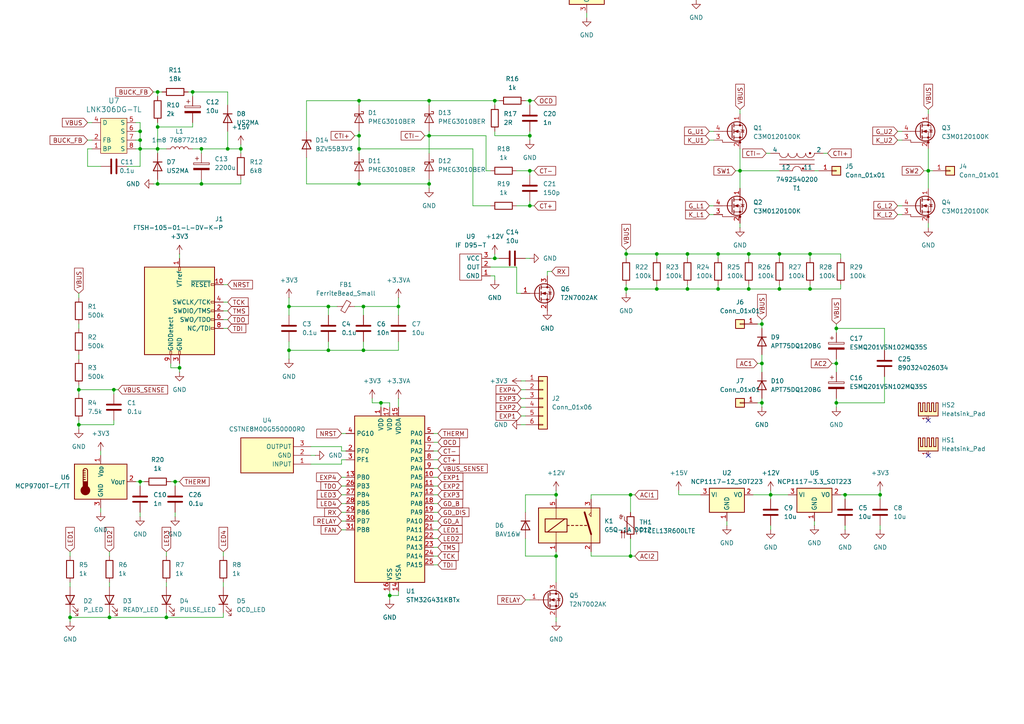
<source format=kicad_sch>
(kicad_sch (version 20250114) (generator "eeschema") (generator_version "9.0")
  (paper "A4")
  (junction (at 223.52 143.51))
  (junction (at 214.63 49.53))
  (junction (at 375.92 86.36))
  (junction (at 220.98 105.41))
  (junction (at 187.96 -78.74))
  (junction (at 220.98 93.98))
  (junction (at 104.14 53.34))
  (junction (at 232.41 -96.52))
  (junction (at 95.25 101.6))
  (junction (at 31.75 179.07))
  (junction (at 50.8 139.7))
  (junction (at 22.86 123.19))
  (junction (at 40.64 38.1))
  (junction (at 168.91 -100.33))
  (junction (at 181.61 83.82))
  (junction (at 344.17 67.31))
  (junction (at 40.64 40.64))
  (junction (at 226.06 83.82))
  (junction (at 22.86 113.03))
  (junction (at 161.29 161.29))
  (junction (at 153.67 29.21))
  (junction (at 226.06 73.66))
  (junction (at 69.85 43.18))
  (junction (at 344.17 77.47))
  (junction (at 208.28 73.66))
  (junction (at 124.46 53.34))
  (junction (at 45.72 53.34))
  (junction (at 143.51 29.21))
  (junction (at 58.42 53.34))
  (junction (at 105.41 101.6))
  (junction (at 255.27 143.51))
  (junction (at 95.25 88.9))
  (junction (at 242.57 116.84))
  (junction (at 52.07 106.68))
  (junction (at 181.61 73.66))
  (junction (at 143.51 74.93))
  (junction (at 269.24 49.53))
  (junction (at 104.14 39.37))
  (junction (at 208.28 83.82))
  (junction (at 40.64 139.7))
  (junction (at 40.64 43.18))
  (junction (at 104.14 43.18))
  (junction (at 45.72 43.18))
  (junction (at 199.39 73.66))
  (junction (at 220.98 116.84))
  (junction (at 234.95 73.66))
  (junction (at 245.11 143.51))
  (junction (at 153.67 49.53))
  (junction (at 234.95 83.82))
  (junction (at 66.04 43.18))
  (junction (at 199.39 83.82))
  (junction (at 124.46 29.21))
  (junction (at 20.32 179.07))
  (junction (at 48.26 179.07))
  (junction (at 110.49 116.84))
  (junction (at 242.57 95.25))
  (junction (at 33.02 113.03))
  (junction (at 153.67 59.69))
  (junction (at 168.91 -90.17))
  (junction (at 83.82 88.9))
  (junction (at 189.23 -100.33))
  (junction (at 153.67 39.37))
  (junction (at 124.46 39.37))
  (junction (at 217.17 83.82))
  (junction (at 190.5 73.66))
  (junction (at 115.57 88.9))
  (junction (at 242.57 105.41))
  (junction (at 113.03 172.72))
  (junction (at 252.73 -8.89))
  (junction (at 182.88 143.51))
  (junction (at 182.88 161.29))
  (junction (at 161.29 143.51))
  (junction (at 45.72 26.67))
  (junction (at 105.41 88.9))
  (junction (at 217.17 73.66))
  (junction (at 190.5 83.82))
  (junction (at 55.88 26.67))
  (junction (at 83.82 101.6))
  (junction (at 243.84 -19.05))
  (junction (at 58.42 43.18))
  (junction (at 45.72 36.83))
  (junction (at 261.62 -19.05))
  (junction (at 104.14 29.21))
  (no_connect (at 269.24 121.92))
  (no_connect (at 269.24 132.08))
  (wire (pts (xy 344.17 67.31) (xy 344.17 68.58)))
  (wire (pts (xy 219.71 105.41) (xy 220.98 105.41)))
  (wire (pts (xy 375.92 86.36) (xy 375.92 87.63)))
  (wire (pts (xy 151.13 113.03) (xy 152.4 113.03)))
  (wire (pts (xy 58.42 52.07) (xy 58.42 53.34)))
  (wire (pts (xy 49.53 106.68) (xy 52.07 106.68)))
  (wire (pts (xy 205.74 62.23) (xy 207.01 62.23)))
  (wire (pts (xy 20.32 179.07) (xy 20.32 180.34)))
  (wire (pts (xy 45.72 26.67) (xy 46.99 26.67)))
  (wire (pts (xy 243.84 82.55) (xy 243.84 83.82)))
  (wire (pts (xy 217.17 83.82) (xy 208.28 83.82)))
  (wire (pts (xy 124.46 39.37) (xy 124.46 44.45)))
  (wire (pts (xy 124.46 29.21) (xy 143.51 29.21)))
  (wire (pts (xy 88.9 38.1) (xy 88.9 29.21)))
  (wire (pts (xy 161.29 160.02) (xy 161.29 161.29)))
  (wire (pts (xy 20.32 177.8) (xy 20.32 179.07)))
  (wire (pts (xy 171.45 -29.21) (xy 171.45 -27.94)))
  (wire (pts (xy 153.67 59.69) (xy 154.94 59.69)))
  (wire (pts (xy 232.41 -78.74) (xy 234.95 -78.74)))
  (wire (pts (xy 182.88 161.29) (xy 182.88 156.21)))
  (wire (pts (xy 45.72 52.07) (xy 45.72 53.34)))
  (wire (pts (xy 261.62 -20.32) (xy 261.62 -19.05)))
  (wire (pts (xy 340.36 67.31) (xy 344.17 67.31)))
  (wire (pts (xy 168.91 -78.74) (xy 168.91 -77.47)))
  (wire (pts (xy 161.29 161.29) (xy 161.29 168.91)))
  (wire (pts (xy 152.4 74.93) (xy 153.67 74.93)))
  (wire (pts (xy 104.14 43.18) (xy 137.16 43.18)))
  (wire (pts (xy 226.06 82.55) (xy 226.06 83.82)))
  (wire (pts (xy 181.61 73.66) (xy 190.5 73.66)))
  (wire (pts (xy 243.84 83.82) (xy 234.95 83.82)))
  (wire (pts (xy 40.64 140.97) (xy 40.64 139.7)))
  (wire (pts (xy 223.52 143.51) (xy 228.6 143.51)))
  (wire (pts (xy 242.57 115.57) (xy 242.57 116.84)))
  (wire (pts (xy 124.46 29.21) (xy 124.46 30.48)))
  (wire (pts (xy 152.4 173.99) (xy 153.67 173.99)))
  (wire (pts (xy 83.82 101.6) (xy 83.82 99.06)))
  (wire (pts (xy 219.71 116.84) (xy 220.98 116.84)))
  (wire (pts (xy 149.86 85.09) (xy 149.86 77.47)))
  (wire (pts (xy 213.36 49.53) (xy 214.63 49.53)))
  (wire (pts (xy 66.04 38.1) (xy 66.04 43.18)))
  (wire (pts (xy 260.35 38.1) (xy 261.62 38.1)))
  (wire (pts (xy 125.73 143.51) (xy 127 143.51)))
  (wire (pts (xy 217.17 74.93) (xy 217.17 73.66)))
  (wire (pts (xy 181.61 73.66) (xy 181.61 74.93)))
  (wire (pts (xy 232.41 -96.52) (xy 232.41 -97.79)))
  (wire (pts (xy 40.64 48.26) (xy 40.64 43.18)))
  (wire (pts (xy 232.41 -105.41) (xy 232.41 -106.68)))
  (wire (pts (xy 152.4 29.21) (xy 153.67 29.21)))
  (wire (pts (xy 181.61 82.55) (xy 181.61 83.82)))
  (wire (pts (xy 326.39 67.31) (xy 326.39 68.58)))
  (wire (pts (xy 214.63 64.77) (xy 214.63 66.04)))
  (wire (pts (xy 205.74 40.64) (xy 207.01 40.64)))
  (wire (pts (xy 124.46 53.34) (xy 124.46 54.61)))
  (wire (pts (xy 143.51 29.21) (xy 144.78 29.21)))
  (wire (pts (xy 115.57 86.36) (xy 115.57 88.9)))
  (wire (pts (xy 125.73 130.81) (xy 127 130.81)))
  (wire (pts (xy 269.24 43.18) (xy 269.24 49.53)))
  (wire (pts (xy 186.69 -78.74) (xy 187.96 -78.74)))
  (wire (pts (xy 251.46 -96.52) (xy 250.19 -96.52)))
  (wire (pts (xy 168.91 -100.33) (xy 189.23 -100.33)))
  (wire (pts (xy 189.23 -110.49) (xy 189.23 -109.22)))
  (wire (pts (xy 261.62 -19.05) (xy 260.35 -19.05)))
  (wire (pts (xy 125.73 161.29) (xy 127 161.29)))
  (wire (pts (xy 187.96 -76.2) (xy 198.12 -76.2)))
  (wire (pts (xy 40.64 35.56) (xy 40.64 38.1)))
  (wire (pts (xy 201.93 -1.27) (xy 201.93 0)))
  (wire (pts (xy 104.14 38.1) (xy 104.14 39.37)))
  (wire (pts (xy 39.37 38.1) (xy 40.64 38.1)))
  (wire (pts (xy 247.65 -73.66) (xy 247.65 -72.39)))
  (wire (pts (xy 99.06 143.51) (xy 100.33 143.51)))
  (wire (pts (xy 218.44 143.51) (xy 223.52 143.51)))
  (wire (pts (xy 125.73 140.97) (xy 127 140.97)))
  (wire (pts (xy 170.18 -12.7) (xy 170.18 -11.43)))
  (wire (pts (xy 100.33 133.35) (xy 99.06 133.35)))
  (wire (pts (xy 49.53 139.7) (xy 50.8 139.7)))
  (wire (pts (xy 99.06 125.73) (xy 100.33 125.73)))
  (wire (pts (xy 125.73 156.21) (xy 127 156.21)))
  (wire (pts (xy 115.57 99.06) (xy 115.57 101.6)))
  (wire (pts (xy 95.25 88.9) (xy 97.79 88.9)))
  (wire (pts (xy 64.77 95.25) (xy 66.04 95.25)))
  (wire (pts (xy 99.06 133.35) (xy 99.06 134.62)))
  (wire (pts (xy 31.75 160.02) (xy 31.75 161.29)))
  (wire (pts (xy 90.17 132.08) (xy 91.44 132.08)))
  (wire (pts (xy 48.26 168.91) (xy 48.26 170.18)))
  (wire (pts (xy 240.03 44.45) (xy 238.76 44.45)))
  (wire (pts (xy 88.9 45.72) (xy 88.9 53.34)))
  (wire (pts (xy 243.84 -19.05) (xy 243.84 -17.78)))
  (wire (pts (xy 168.91 -99.06) (xy 168.91 -100.33)))
  (wire (pts (xy 344.17 66.04) (xy 344.17 67.31)))
  (wire (pts (xy 143.51 73.66) (xy 143.51 74.93)))
  (wire (pts (xy 124.46 38.1) (xy 124.46 39.37)))
  (wire (pts (xy 99.06 140.97) (xy 100.33 140.97)))
  (wire (pts (xy 152.4 148.59) (xy 152.4 143.51)))
  (wire (pts (xy 232.41 -93.98) (xy 233.68 -93.98)))
  (wire (pts (xy 189.23 -101.6) (xy 189.23 -100.33)))
  (wire (pts (xy 182.88 143.51) (xy 184.15 143.51)))
  (wire (pts (xy 83.82 91.44) (xy 83.82 88.9)))
  (wire (pts (xy 256.54 101.6) (xy 256.54 95.25)))
  (wire (pts (xy 95.25 91.44) (xy 95.25 88.9)))
  (wire (pts (xy 143.51 74.93) (xy 144.78 74.93)))
  (wire (pts (xy 104.14 29.21) (xy 124.46 29.21)))
  (wire (pts (xy 269.24 49.53) (xy 270.51 49.53)))
  (wire (pts (xy 95.25 101.6) (xy 105.41 101.6)))
  (wire (pts (xy 99.06 134.62) (xy 90.17 134.62)))
  (wire (pts (xy 104.14 53.34) (xy 124.46 53.34)))
  (wire (pts (xy 223.52 44.45) (xy 222.25 44.45)))
  (wire (pts (xy 242.57 93.98) (xy 242.57 95.25)))
  (wire (pts (xy 33.02 113.03) (xy 34.29 113.03)))
  (wire (pts (xy 234.95 74.93) (xy 234.95 73.66)))
  (wire (pts (xy 171.45 161.29) (xy 182.88 161.29)))
  (wire (pts (xy 137.16 43.18) (xy 137.16 59.69)))
  (wire (pts (xy 242.57 104.14) (xy 242.57 105.41)))
  (wire (pts (xy 90.17 129.54) (xy 99.06 129.54)))
  (wire (pts (xy 187.96 -78.74) (xy 187.96 -76.2)))
  (wire (pts (xy 45.72 43.18) (xy 48.26 43.18)))
  (wire (pts (xy 40.64 139.7) (xy 41.91 139.7)))
  (wire (pts (xy 22.86 113.03) (xy 33.02 113.03)))
  (wire (pts (xy 242.57 -96.52) (xy 241.3 -96.52)))
  (wire (pts (xy 31.75 168.91) (xy 31.75 170.18)))
  (wire (pts (xy 149.86 49.53) (xy 153.67 49.53)))
  (wire (pts (xy 45.72 43.18) (xy 40.64 43.18)))
  (wire (pts (xy 187.96 -110.49) (xy 189.23 -110.49)))
  (wire (pts (xy 375.92 77.47) (xy 375.92 78.74)))
  (wire (pts (xy 168.91 -90.17) (xy 187.96 -90.17)))
  (wire (pts (xy 196.85 -88.9) (xy 198.12 -88.9)))
  (wire (pts (xy 105.41 88.9) (xy 105.41 91.44)))
  (wire (pts (xy 344.17 77.47) (xy 344.17 78.74)))
  (wire (pts (xy 189.23 -100.33) (xy 196.85 -100.33)))
  (wire (pts (xy 123.19 39.37) (xy 124.46 39.37)))
  (wire (pts (xy 113.03 118.11) (xy 113.03 116.84)))
  (wire (pts (xy 45.72 53.34) (xy 58.42 53.34)))
  (wire (pts (xy 125.73 125.73) (xy 127 125.73)))
  (wire (pts (xy 245.11 143.51) (xy 245.11 144.78)))
  (wire (pts (xy 25.4 48.26) (xy 25.4 43.18)))
  (wire (pts (xy 124.46 52.07) (xy 124.46 53.34)))
  (wire (pts (xy 187.96 -86.36) (xy 198.12 -86.36)))
  (wire (pts (xy 208.28 73.66) (xy 217.17 73.66)))
  (wire (pts (xy 220.98 93.98) (xy 220.98 95.25)))
  (wire (pts (xy 99.06 138.43) (xy 100.33 138.43)))
  (wire (pts (xy 39.37 35.56) (xy 40.64 35.56)))
  (wire (pts (xy 344.17 57.15) (xy 344.17 58.42)))
  (wire (pts (xy 196.85 142.24) (xy 196.85 143.51)))
  (wire (pts (xy 340.36 69.85) (xy 340.36 67.31)))
  (wire (pts (xy 236.22 151.13) (xy 236.22 152.4)))
  (wire (pts (xy 256.54 116.84) (xy 242.57 116.84)))
  (wire (pts (xy 31.75 179.07) (xy 31.75 177.8)))
  (wire (pts (xy 149.86 59.69) (xy 153.67 59.69)))
  (wire (pts (xy 267.97 49.53) (xy 269.24 49.53)))
  (wire (pts (xy 20.32 179.07) (xy 31.75 179.07)))
  (wire (pts (xy 25.4 35.56) (xy 26.67 35.56)))
  (wire (pts (xy 152.4 143.51) (xy 161.29 143.51)))
  (wire (pts (xy 48.26 160.02) (xy 48.26 161.29)))
  (wire (pts (xy 168.91 -90.17) (xy 168.91 -88.9)))
  (wire (pts (xy 64.77 168.91) (xy 64.77 170.18)))
  (wire (pts (xy 48.26 179.07) (xy 64.77 179.07)))
  (wire (pts (xy 243.84 -8.89) (xy 243.84 -10.16)))
  (wire (pts (xy 105.41 101.6) (xy 115.57 101.6)))
  (wire (pts (xy 160.02 -83.82) (xy 161.29 -83.82)))
  (wire (pts (xy 223.52 143.51) (xy 223.52 144.78)))
  (wire (pts (xy 22.86 121.92) (xy 22.86 123.19)))
  (wire (pts (xy 115.57 91.44) (xy 115.57 88.9)))
  (wire (pts (xy 171.45 143.51) (xy 171.45 144.78)))
  (wire (pts (xy 223.52 -76.2) (xy 224.79 -76.2)))
  (wire (pts (xy 245.11 143.51) (xy 255.27 143.51)))
  (wire (pts (xy 247.65 -82.55) (xy 247.65 -81.28)))
  (wire (pts (xy 110.49 116.84) (xy 110.49 118.11)))
  (wire (pts (xy 327.66 71.12) (xy 325.12 71.12)))
  (wire (pts (xy 344.17 77.47) (xy 344.17 76.2)))
  (wire (pts (xy 208.28 73.66) (xy 199.39 73.66)))
  (wire (pts (xy 223.52 -81.28) (xy 224.79 -81.28)))
  (wire (pts (xy 45.72 27.94) (xy 45.72 26.67)))
  (wire (pts (xy 255.27 142.24) (xy 255.27 143.51)))
  (wire (pts (xy 328.93 74.93) (xy 328.93 80.01)))
  (wire (pts (xy 243.84 -19.05) (xy 245.11 -19.05)))
  (wire (pts (xy 370.84 77.47) (xy 370.84 78.74)))
  (wire (pts (xy 199.39 83.82) (xy 190.5 83.82)))
  (wire (pts (xy 151.13 120.65) (xy 152.4 120.65)))
  (wire (pts (xy 107.95 115.57) (xy 107.95 116.84)))
  (wire (pts (xy 269.24 31.75) (xy 269.24 33.02)))
  (wire (pts (xy 160.02 78.74) (xy 158.75 78.74)))
  (wire (pts (xy 29.21 48.26) (xy 25.4 48.26)))
  (wire (pts (xy 104.14 43.18) (xy 104.14 44.45)))
  (wire (pts (xy 219.71 93.98) (xy 220.98 93.98)))
  (wire (pts (xy 344.17 77.47) (xy 345.44 77.47)))
  (wire (pts (xy 182.88 143.51) (xy 171.45 143.51)))
  (wire (pts (xy 58.42 43.18) (xy 58.42 44.45)))
  (wire (pts (xy 161.29 179.07) (xy 161.29 180.34)))
  (wire (pts (xy 52.07 106.68) (xy 52.07 105.41)))
  (wire (pts (xy 153.67 29.21) (xy 153.67 30.48)))
  (wire (pts (xy 140.97 49.53) (xy 140.97 39.37)))
  (wire (pts (xy 161.29 -3.81) (xy 162.56 -3.81)))
  (wire (pts (xy 214.63 49.53) (xy 226.06 49.53)))
  (wire (pts (xy 64.77 87.63) (xy 66.04 87.63)))
  (wire (pts (xy 83.82 86.36) (xy 83.82 88.9)))
  (wire (pts (xy 344.17 67.31) (xy 345.44 67.31)))
  (wire (pts (xy 208.28 74.93) (xy 208.28 73.66)))
  (wire (pts (xy 214.63 31.75) (xy 214.63 33.02)))
  (wire (pts (xy 217.17 82.55) (xy 217.17 83.82)))
  (wire (pts (xy 36.83 48.26) (xy 40.64 48.26)))
  (wire (pts (xy 20.32 160.02) (xy 20.32 161.29)))
  (wire (pts (xy 151.13 118.11) (xy 152.4 118.11)))
  (wire (pts (xy 242.57 105.41) (xy 242.57 107.95)))
  (wire (pts (xy 143.51 39.37) (xy 153.67 39.37)))
  (wire (pts (xy 64.77 92.71) (xy 66.04 92.71)))
  (wire (pts (xy 45.72 36.83) (xy 55.88 36.83)))
  (wire (pts (xy 325.12 73.66) (xy 326.39 73.66)))
  (wire (pts (xy 29.21 130.81) (xy 29.21 132.08)))
  (wire (pts (xy 260.35 40.64) (xy 261.62 40.64)))
  (wire (pts (xy 64.77 82.55) (xy 66.04 82.55)))
  (wire (pts (xy 149.86 85.09) (xy 151.13 85.09)))
  (wire (pts (xy 22.86 123.19) (xy 33.02 123.19)))
  (wire (pts (xy 190.5 73.66) (xy 199.39 73.66)))
  (wire (pts (xy 55.88 43.18) (xy 58.42 43.18)))
  (wire (pts (xy 64.77 177.8) (xy 64.77 179.07)))
  (wire (pts (xy 52.07 106.68) (xy 52.07 107.95)))
  (wire (pts (xy 99.06 151.13) (xy 100.33 151.13)))
  (wire (pts (xy 125.73 163.83) (xy 127 163.83)))
  (wire (pts (xy 22.86 102.87) (xy 22.86 104.14)))
  (wire (pts (xy 196.85 -96.52) (xy 198.12 -96.52)))
  (wire (pts (xy 125.73 133.35) (xy 127 133.35)))
  (wire (pts (xy 29.21 147.32) (xy 29.21 148.59)))
  (wire (pts (xy 223.52 -93.98) (xy 224.79 -93.98)))
  (wire (pts (xy 31.75 179.07) (xy 48.26 179.07)))
  (wire (pts (xy 196.85 -83.82) (xy 198.12 -83.82)))
  (wire (pts (xy 50.8 139.7) (xy 50.8 140.97)))
  (wire (pts (xy 170.18 -27.94) (xy 171.45 -27.94)))
  (wire (pts (xy 261.62 -8.89) (xy 261.62 -10.16)))
  (wire (pts (xy 201.93 -15.24) (xy 201.93 -13.97)))
  (wire (pts (xy 217.17 73.66) (xy 226.06 73.66)))
  (wire (pts (xy 115.57 88.9) (xy 105.41 88.9)))
  (wire (pts (xy 223.52 152.4) (xy 223.52 153.67)))
  (wire (pts (xy 69.85 52.07) (xy 69.85 53.34)))
  (wire (pts (xy 243.84 -20.32) (xy 243.84 -19.05)))
  (wire (pts (xy 220.98 105.41) (xy 220.98 107.95)))
  (wire (pts (xy 125.73 158.75) (xy 127 158.75)))
  (wire (pts (xy 143.51 80.01) (xy 143.51 81.28)))
  (wire (pts (xy 104.14 52.07) (xy 104.14 53.34)))
  (wire (pts (xy 151.13 123.19) (xy 152.4 123.19)))
  (wire (pts (xy 107.95 116.84) (xy 110.49 116.84)))
  (wire (pts (xy 88.9 53.34) (xy 104.14 53.34)))
  (wire (pts (xy 153.67 49.53) (xy 154.94 49.53)))
  (wire (pts (xy 181.61 83.82) (xy 181.61 85.09)))
  (wire (pts (xy 260.35 62.23) (xy 261.62 62.23)))
  (wire (pts (xy 40.64 40.64) (xy 40.64 43.18)))
  (wire (pts (xy 49.53 105.41) (xy 49.53 106.68)))
  (wire (pts (xy 236.22 49.53) (xy 237.49 49.53)))
  (wire (pts (xy 52.07 73.66) (xy 52.07 74.93)))
  (wire (pts (xy 113.03 172.72) (xy 115.57 172.72)))
  (wire (pts (xy 344.17 86.36) (xy 344.17 87.63)))
  (wire (pts (xy 161.29 143.51) (xy 161.29 144.78)))
  (wire (pts (xy 243.84 74.93) (xy 243.84 73.66)))
  (wire (pts (xy 153.67 59.69) (xy 153.67 58.42)))
  (wire (pts (xy 125.73 135.89) (xy 127 135.89)))
  (wire (pts (xy 44.45 53.34) (xy 45.72 53.34)))
  (wire (pts (xy 115.57 172.72) (xy 115.57 171.45)))
  (wire (pts (xy 40.64 38.1) (xy 40.64 40.64)))
  (wire (pts (xy 125.73 138.43) (xy 127 138.43)))
  (wire (pts (xy 88.9 29.21) (xy 104.14 29.21)))
  (wire (pts (xy 256.54 109.22) (xy 256.54 116.84)))
  (wire (pts (xy 45.72 44.45) (xy 45.72 43.18)))
  (wire (pts (xy 39.37 40.64) (xy 40.64 40.64)))
  (wire (pts (xy 99.06 153.67) (xy 100.33 153.67)))
  (wire (pts (xy 246.38 -72.39) (xy 247.65 -72.39)))
  (wire (pts (xy 170.18 3.81) (xy 170.18 5.08)))
  (wire (pts (xy 340.36 74.93) (xy 340.36 77.47)))
  (wire (pts (xy 64.77 160.02) (xy 64.77 161.29)))
  (wire (pts (xy 102.87 88.9) (xy 105.41 88.9)))
  (wire (pts (xy 205.74 38.1) (xy 207.01 38.1)))
  (wire (pts (xy 223.52 -91.44) (xy 224.79 -91.44)))
  (wire (pts (xy 233.68 -96.52) (xy 232.41 -96.52)))
  (wire (pts (xy 55.88 26.67) (xy 66.04 26.67)))
  (wire (pts (xy 151.13 115.57) (xy 152.4 115.57)))
  (wire (pts (xy 142.24 49.53) (xy 140.97 49.53)))
  (wire (pts (xy 44.45 26.67) (xy 45.72 26.67)))
  (wire (pts (xy 50.8 139.7) (xy 52.07 139.7)))
  (wire (pts (xy 269.24 49.53) (xy 269.24 54.61)))
  (wire (pts (xy 171.45 160.02) (xy 171.45 161.29)))
  (wire (pts (xy 234.95 83.82) (xy 226.06 83.82)))
  (wire (pts (xy 181.61 83.82) (xy 190.5 83.82)))
  (wire (pts (xy 168.91 -101.6) (xy 168.91 -100.33)))
  (wire (pts (xy 260.35 59.69) (xy 261.62 59.69)))
  (wire (pts (xy 182.88 161.29) (xy 184.15 161.29)))
  (wire (pts (xy 22.86 111.76) (xy 22.86 113.03)))
  (wire (pts (xy 269.24 64.77) (xy 269.24 66.04)))
  (wire (pts (xy 325.12 68.58) (xy 326.39 68.58)))
  (wire (pts (xy 153.67 29.21) (xy 154.94 29.21)))
  (wire (pts (xy 190.5 83.82) (xy 190.5 82.55)))
  (wire (pts (xy 335.28 26.67) (xy 335.28 27.94)))
  (wire (pts (xy 223.52 143.51) (xy 223.52 142.24)))
  (wire (pts (xy 196.85 -100.33) (xy 196.85 -96.52)))
  (wire (pts (xy 234.95 82.55) (xy 234.95 83.82)))
  (wire (pts (xy 223.52 -78.74) (xy 224.79 -78.74)))
  (wire (pts (xy 64.77 90.17) (xy 66.04 90.17)))
  (wire (pts (xy 83.82 101.6) (xy 83.82 104.14)))
  (wire (pts (xy 252.73 -8.89) (xy 261.62 -8.89)))
  (wire (pts (xy 256.54 95.25) (xy 242.57 95.25)))
  (wire (pts (xy 22.86 93.98) (xy 22.86 95.25)))
  (wire (pts (xy 83.82 88.9) (xy 95.25 88.9)))
  (wire (pts (xy 223.52 -96.52) (xy 232.41 -96.52)))
  (wire (pts (xy 33.02 114.3) (xy 33.02 113.03)))
  (wire (pts (xy 125.73 128.27) (xy 127 128.27)))
  (wire (pts (xy 115.57 115.57) (xy 115.57 118.11)))
  (wire (pts (xy 182.88 148.59) (xy 182.88 143.51)))
  (wire (pts (xy 40.64 148.59) (xy 40.64 149.86)))
  (wire (pts (xy 220.98 102.87) (xy 220.98 105.41)))
  (wire (pts (xy 110.49 116.84) (xy 113.03 116.84)))
  (wire (pts (xy 33.02 121.92) (xy 33.02 123.19)))
  (wire (pts (xy 326.39 73.66) (xy 326.39 69.85)))
  (wire (pts (xy 45.72 36.83) (xy 45.72 43.18)))
  (wire (pts (xy 125.73 146.05) (xy 127 146.05)))
  (wire (pts (xy 22.86 123.19) (xy 22.86 124.46)))
  (wire (pts (xy 48.26 177.8) (xy 48.26 179.07)))
  (wire (pts (xy 140.97 39.37) (xy 124.46 39.37)))
  (wire (pts (xy 261.62 -17.78) (xy 261.62 -19.05)))
  (wire (pts (xy 208.28 82.55) (xy 208.28 83.82)))
  (wire (pts (xy 187.96 -90.17) (xy 187.96 -86.36)))
  (wire (pts (xy 231.14 -106.68) (xy 232.41 -106.68)))
  (wire (pts (xy 69.85 41.91) (xy 69.85 43.18)))
  (wire (pts (xy 25.4 43.18) (xy 26.67 43.18)))
  (wire (pts (xy 142.24 74.93) (xy 143.51 74.93)))
  (wire (pts (xy 177.8 -3.81) (xy 194.31 -3.81)))
  (wire (pts (xy 339.09 74.93) (xy 340.36 74.93)))
  (wire (pts (xy 242.57 95.25) (xy 242.57 96.52)))
  (wire (pts (xy 241.3 105.41) (xy 242.57 105.41)))
  (wire (pts (xy 187.96 -78.74) (xy 189.23 -78.74)))
  (wire (pts (xy 255.27 144.78) (xy 255.27 143.51)))
  (wire (pts (xy 370.84 86.36) (xy 375.92 86.36)))
  (wire (pts (xy 152.4 161.29) (xy 161.29 161.29)))
  (wire (pts (xy 149.86 77.47) (xy 142.24 77.47)))
  (wire (pts (xy 55.88 35.56) (xy 55.88 36.83)))
  (wire (pts (xy 220.98 115.57) (xy 220.98 116.84)))
  (wire (pts (xy 20.32 168.91) (xy 20.32 170.18)))
  (wire (pts (xy 252.73 -8.89) (xy 252.73 -7.62)))
  (wire (pts (xy 99.06 130.81) (xy 100.33 130.81)))
  (wire (pts (xy 181.61 72.39) (xy 181.61 73.66)))
  (wire (pts (xy 339.09 69.85) (xy 340.36 69.85)))
  (wire (pts (xy 214.63 49.53) (xy 214.63 54.61)))
  (wire (pts (xy 327.66 82.55) (xy 327.66 71.12)))
  (wire (pts (xy 40.64 139.7) (xy 39.37 139.7)))
  (wire (pts (xy 54.61 26.67) (xy 55.88 26.67)))
  (wire (pts (xy 69.85 43.18) (xy 69.85 44.45)))
  (wire (pts (xy 104.14 30.48) (xy 104.14 29.21)))
  (wire (pts (xy 190.5 74.93) (xy 190.5 73.66)))
  (wire (pts (xy 125.73 148.59) (xy 127 148.59)))
  (wire (pts (xy 199.39 74.93) (xy 199.39 73.66)))
  (wire (pts (xy 153.67 39.37) (xy 153.67 40.64)))
  (wire (pts (xy 151.13 110.49) (xy 152.4 110.49)))
  (wire (pts (xy 220.98 116.84) (xy 220.98 118.11)))
  (wire (pts (xy 99.06 146.05) (xy 100.33 146.05)))
  (wire (pts (xy 226.06 83.82) (xy 217.17 83.82)))
  (wire (pts (xy 137.16 59.69) (xy 142.24 59.69)))
  (wire (pts (xy 152.4 156.21) (xy 152.4 161.29)))
  (wire (pts (xy 226.06 73.66) (xy 234.95 73.66)))
  (wire (pts (xy 233.68 -88.9) (xy 233.68 -93.98)))
  (wire (pts (xy 143.51 29.21) (xy 143.51 30.48)))
  (wire (pts (xy 161.29 142.24) (xy 161.29 143.51)))
  (wire (pts (xy 125.73 153.67) (xy 127 153.67)))
  (wire (pts (xy 208.28 83.82) (xy 199.39 83.82)))
  (wire (pts (xy 113.03 172.72) (xy 113.03 173.99)))
  (wire (pts (xy 104.14 39.37) (xy 104.14 43.18)))
  (wire (pts (xy 153.67 39.37) (xy 153.67 38.1)))
  (wire (pts (xy 99.06 148.59) (xy 100.33 148.59)))
  (wire (pts (xy 58.42 53.34) (xy 69.85 53.34)))
  (wire (pts (xy 158.75 78.74) (xy 158.75 80.01)))
  (wire (pts (xy 66.04 30.48) (xy 66.04 26.67)))
  (wire (pts (xy 335.28 6.35) (xy 335.28 7.62)))
  (wire (pts (xy 142.24 80.01) (xy 143.51 80.01)))
  (wire (pts (xy 50.8 148.59) (xy 50.8 149.86)))
  (wire (pts (xy 199.39 82.55) (xy 199.39 83.82)))
  (wire (pts (xy 252.73 -8.89) (xy 252.73 -11.43)))
  (wire (pts (xy 102.87 39.37) (xy 104.14 39.37)))
  (wire (pts (xy 328.93 82.55) (xy 327.66 82.55)))
  (wire (pts (xy 326.39 69.85) (xy 328.93 69.85)))
  (wire (pts (xy 210.82 151.13) (xy 210.82 152.4)))
  (wire (pts (xy 196.85 -78.74) (xy 198.12 -78.74)))
  (wire (pts (xy 255.27 152.4) (xy 255.27 153.67)))
  (wire (pts (xy 25.4 40.64) (xy 26.67 40.64)))
  (wire (pts (xy 58.42 43.18) (xy 66.04 43.18)))
  (wire (pts (xy 153.67 49.53) (xy 153.67 50.8)))
  (wire (pts (xy 125.73 151.13) (xy 127 151.13)))
  (wire (pts (xy 243.84 143.51) (xy 245.11 143.51)))
  (wire (pts (xy 45.72 35.56) (xy 45.72 36.83)))
  (wire (pts (xy 245.11 152.4) (xy 245.11 153.67)))
  (wire (pts (xy 22.86 113.03) (xy 22.86 114.3)))
  (wire (pts (xy 95.25 99.06) (xy 95.25 101.6)))
  (wire (pts (xy 99.06 129.54) (xy 99.06 130.81)))
  (wire (pts (xy 234.95 73.66) (xy 243.84 73.66)))
  (wire (pts (xy 95.25 101.6) (xy 83.82 101.6)))
  (wire (pts (xy 168.91 -91.44) (xy 168.91 -90.17)))
  (wire (pts (xy 55.88 26.67) (xy 55.88 27.94)))
  (wire (pts (xy 226.06 74.93) (xy 226.06 73.66)))
  (wire (pts (xy 214.63 43.18) (xy 214.63 49.53)))
  (wire (pts (xy 105.41 99.06) (xy 105.41 101.6)))
  (wire (pts (xy 243.84 -8.89) (xy 252.73 -8.89)))
  (wire (pts (xy 220.98 92.71) (xy 220.98 93.98)))
  (wire (pts (xy 113.03 171.45) (xy 113.03 172.72)))
  (wire (pts (xy 234.95 -88.9) (xy 233.68 -88.9)))
  (wire (pts (xy 22.86 85.09) (xy 22.86 86.36)))
  (wire (pts (xy 242.57 116.84) (xy 242.57 118.11)))
  (wire (pts (xy 205.74 59.69) (xy 207.01 59.69)))
  (wire (pts (xy 40.64 43.18) (xy 39.37 43.18)))
  (wire (pts (xy 340.36 77.47) (xy 344.17 77.47)))
  (wire (pts (xy 143.51 38.1) (xy 143.51 39.37)))
  (wire (pts (xy 66.04 43.18) (xy 69.85 43.18)))
  (wire (pts (xy 196.85 143.51) (xy 203.2 143.51)))
  (wire (pts (xy 335.28 16.51) (xy 335.28 15.24)))
  (global_label "CT+" (shape input) (at 127 133.35 0) (property "Intersheetrefs" "${INTERSHEET_REFS}" (effects (hide yes))))
  (global_label "THERM" (shape input) (at 127 125.73 0) (property "Intersheetrefs" "${INTERSHEET_REFS}" (effects (hide yes))))
  (global_label "G_U2" (shape input) (at 260.35 38.1 180) (property "Intersheetrefs" "${INTERSHEET_REFS}" (effects (hide yes))))
  (global_label "CTI+" (shape input) (at 102.87 39.37 180) (property "Intersheetrefs" "${INTERSHEET_REFS}" (effects (hide yes))))
  (global_label "EXP3" (shape input) (at 127 143.51 0) (property "Intersheetrefs" "${INTERSHEET_REFS}" (effects (hide yes))))
  (global_label "SW1" (shape input) (at 213.36 49.53 180) (property "Intersheetrefs" "${INTERSHEET_REFS}" (effects (hide yes))))
  (global_label "CTI-" (shape input) (at 123.19 39.37 180) (property "Intersheetrefs" "${INTERSHEET_REFS}" (effects (hide yes))))
  (global_label "G_U1" (shape input) (at 234.95 -88.9 0) (property "Intersheetrefs" "${INTERSHEET_REFS}" (effects (hide yes))))
  (global_label "K_L1" (shape input) (at 205.74 62.23 180) (property "Intersheetrefs" "${INTERSHEET_REFS}" (effects (hide yes))))
  (global_label "TCK" (shape input) (at 127 161.29 0) (property "Intersheetrefs" "${INTERSHEET_REFS}" (effects (hide yes))))
  (global_label "K_U2" (shape input) (at 260.35 40.64 180) (property "Intersheetrefs" "${INTERSHEET_REFS}" (effects (hide yes))))
  (global_label "THERM" (shape input) (at 52.07 139.7 0) (property "Intersheetrefs" "${INTERSHEET_REFS}" (effects (hide yes))))
  (global_label "K_L1" (shape input) (at 246.38 -72.39 180) (property "Intersheetrefs" "${INTERSHEET_REFS}" (effects (hide yes))))
  (global_label "GD_A" (shape input) (at 127 151.13 0) (property "Intersheetrefs" "${INTERSHEET_REFS}" (effects (hide yes))))
  (global_label "RX" (shape input) (at 99.06 148.59 180) (property "Intersheetrefs" "${INTERSHEET_REFS}" (effects (hide yes))))
  (global_label "LED4" (shape input) (at 99.06 146.05 180) (property "Intersheetrefs" "${INTERSHEET_REFS}" (effects (hide yes))))
  (global_label "GD_DIS" (shape input) (at 196.85 -83.82 180) (property "Intersheetrefs" "${INTERSHEET_REFS}" (effects (hide yes))))
  (global_label "TCK" (shape input) (at 66.04 87.63 0) (property "Intersheetrefs" "${INTERSHEET_REFS}" (effects (hide yes))))
  (global_label "NRST" (shape input) (at 66.04 82.55 0) (property "Intersheetrefs" "${INTERSHEET_REFS}" (effects (hide yes))))
  (global_label "TMS" (shape input) (at 127 158.75 0) (property "Intersheetrefs" "${INTERSHEET_REFS}" (effects (hide yes))))
  (global_label "VBUS" (shape input) (at 25.4 35.56 180) (property "Intersheetrefs" "${INTERSHEET_REFS}" (effects (hide yes))))
  (global_label "LED3" (shape input) (at 48.26 160.02 90) (property "Intersheetrefs" "${INTERSHEET_REFS}" (effects (hide yes))))
  (global_label "EXP4" (shape input) (at 99.06 138.43 180) (property "Intersheetrefs" "${INTERSHEET_REFS}" (effects (hide yes))))
  (global_label "ACI1" (shape input) (at 328.93 82.55 0) (property "Intersheetrefs" "${INTERSHEET_REFS}" (effects (hide yes))))
  (global_label "G_L1" (shape input) (at 205.74 59.69 180) (property "Intersheetrefs" "${INTERSHEET_REFS}" (effects (hide yes))))
  (global_label "FAN" (shape input) (at 99.06 153.67 180) (property "Intersheetrefs" "${INTERSHEET_REFS}" (effects (hide yes))))
  (global_label "TDI" (shape input) (at 127 163.83 0) (property "Intersheetrefs" "${INTERSHEET_REFS}" (effects (hide yes))))
  (global_label "GD_A" (shape input) (at 196.85 -88.9 180) (property "Intersheetrefs" "${INTERSHEET_REFS}" (effects (hide yes))))
  (global_label "LED1" (shape input) (at 20.32 160.02 90) (property "Intersheetrefs" "${INTERSHEET_REFS}" (effects (hide yes))))
  (global_label "AC1" (shape input) (at 345.44 67.31 0) (property "Intersheetrefs" "${INTERSHEET_REFS}" (effects (hide yes))))
  (global_label "LED2" (shape input) (at 127 156.21 0) (property "Intersheetrefs" "${INTERSHEET_REFS}" (effects (hide yes))))
  (global_label "VBUS" (shape input) (at 181.61 72.39 90) (property "Intersheetrefs" "${INTERSHEET_REFS}" (effects (hide yes))))
  (global_label "CT-" (shape input) (at 127 130.81 0) (property "Intersheetrefs" "${INTERSHEET_REFS}" (effects (hide yes))))
  (global_label "CT-" (shape input) (at 154.94 49.53 0) (property "Intersheetrefs" "${INTERSHEET_REFS}" (effects (hide yes))))
  (global_label "VBUS_SENSE" (shape input) (at 34.29 113.03 0) (property "Intersheetrefs" "${INTERSHEET_REFS}" (effects (hide yes))))
  (global_label "NRST" (shape input) (at 99.06 125.73 180) (property "Intersheetrefs" "${INTERSHEET_REFS}" (effects (hide yes))))
  (global_label "VBUS" (shape input) (at 242.57 93.98 90) (property "Intersheetrefs" "${INTERSHEET_REFS}" (effects (hide yes))))
  (global_label "GD_A" (shape input) (at 160.02 -83.82 180) (property "Intersheetrefs" "${INTERSHEET_REFS}" (effects (hide yes))))
  (global_label "GD_B" (shape input) (at 127 146.05 0) (property "Intersheetrefs" "${INTERSHEET_REFS}" (effects (hide yes))))
  (global_label "AC1" (shape input) (at 219.71 105.41 180) (property "Intersheetrefs" "${INTERSHEET_REFS}" (effects (hide yes))))
  (global_label "GD_DIS" (shape input) (at 127 148.59 0) (property "Intersheetrefs" "${INTERSHEET_REFS}" (effects (hide yes))))
  (global_label "EXP2" (shape input) (at 127 140.97 0) (property "Intersheetrefs" "${INTERSHEET_REFS}" (effects (hide yes))))
  (global_label "EXP4" (shape input) (at 151.13 113.03 180) (property "Intersheetrefs" "${INTERSHEET_REFS}" (effects (hide yes))))
  (global_label "AC2" (shape input) (at 241.3 105.41 180) (property "Intersheetrefs" "${INTERSHEET_REFS}" (effects (hide yes))))
  (global_label "OCD" (shape input) (at 154.94 29.21 0) (property "Intersheetrefs" "${INTERSHEET_REFS}" (effects (hide yes))))
  (global_label "EXP2" (shape input) (at 151.13 118.11 180) (property "Intersheetrefs" "${INTERSHEET_REFS}" (effects (hide yes))))
  (global_label "K_L1" (shape input) (at 224.79 -76.2 0) (property "Intersheetrefs" "${INTERSHEET_REFS}" (effects (hide yes))))
  (global_label "VBUS" (shape input) (at 269.24 31.75 90) (property "Intersheetrefs" "${INTERSHEET_REFS}" (effects (hide yes))))
  (global_label "G_L2" (shape input) (at 260.35 59.69 180) (property "Intersheetrefs" "${INTERSHEET_REFS}" (effects (hide yes))))
  (global_label "G_U1" (shape input) (at 205.74 38.1 180) (property "Intersheetrefs" "${INTERSHEET_REFS}" (effects (hide yes))))
  (global_label "BUCK_FB" (shape input) (at 44.45 26.67 180) (property "Intersheetrefs" "${INTERSHEET_REFS}" (effects (hide yes))))
  (global_label "AC2" (shape input) (at 345.44 77.47 0) (property "Intersheetrefs" "${INTERSHEET_REFS}" (effects (hide yes))))
  (global_label "CTI-" (shape input) (at 222.25 44.45 180) (property "Intersheetrefs" "${INTERSHEET_REFS}" (effects (hide yes))))
  (global_label "CT+" (shape input) (at 154.94 59.69 0) (property "Intersheetrefs" "${INTERSHEET_REFS}" (effects (hide yes))))
  (global_label "BUCK_FB" (shape input) (at 25.4 40.64 180) (property "Intersheetrefs" "${INTERSHEET_REFS}" (effects (hide yes))))
  (global_label "FAN" (shape input) (at 161.29 -3.81 180) (property "Intersheetrefs" "${INTERSHEET_REFS}" (effects (hide yes))))
  (global_label "K_U1" (shape input) (at 231.14 -106.68 180) (property "Intersheetrefs" "${INTERSHEET_REFS}" (effects (hide yes))))
  (global_label "RELAY" (shape input) (at 99.06 151.13 180) (property "Intersheetrefs" "${INTERSHEET_REFS}" (effects (hide yes))))
  (global_label "EXP1" (shape input) (at 127 138.43 0) (property "Intersheetrefs" "${INTERSHEET_REFS}" (effects (hide yes))))
  (global_label "SW2" (shape input) (at 267.97 49.53 180) (property "Intersheetrefs" "${INTERSHEET_REFS}" (effects (hide yes))))
  (global_label "VBUS" (shape input) (at 370.84 77.47 90) (property "Intersheetrefs" "${INTERSHEET_REFS}" (effects (hide yes))))
  (global_label "ACI1" (shape input) (at 184.15 143.51 0) (property "Intersheetrefs" "${INTERSHEET_REFS}" (effects (hide yes))))
  (global_label "VBUS" (shape input) (at 220.98 92.71 90) (property "Intersheetrefs" "${INTERSHEET_REFS}" (effects (hide yes))))
  (global_label "TMS" (shape input) (at 66.04 90.17 0) (property "Intersheetrefs" "${INTERSHEET_REFS}" (effects (hide yes))))
  (global_label "VBUS" (shape input) (at 335.28 6.35 90) (property "Intersheetrefs" "${INTERSHEET_REFS}" (effects (hide yes))))
  (global_label "LED1" (shape input) (at 127 153.67 0) (property "Intersheetrefs" "${INTERSHEET_REFS}" (effects (hide yes))))
  (global_label "K_U1" (shape input) (at 224.79 -91.44 0) (property "Intersheetrefs" "${INTERSHEET_REFS}" (effects (hide yes))))
  (global_label "LED3" (shape input) (at 99.06 143.51 180) (property "Intersheetrefs" "${INTERSHEET_REFS}" (effects (hide yes))))
  (global_label "G_L1" (shape input) (at 234.95 -78.74 0) (property "Intersheetrefs" "${INTERSHEET_REFS}" (effects (hide yes))))
  (global_label "RX" (shape input) (at 160.02 78.74 0) (property "Intersheetrefs" "${INTERSHEET_REFS}" (effects (hide yes))))
  (global_label "ACI2" (shape input) (at 184.15 161.29 0) (property "Intersheetrefs" "${INTERSHEET_REFS}" (effects (hide yes))))
  (global_label "VBUS" (shape input) (at 22.86 85.09 90) (property "Intersheetrefs" "${INTERSHEET_REFS}" (effects (hide yes))))
  (global_label "TDI" (shape input) (at 66.04 95.25 0) (property "Intersheetrefs" "${INTERSHEET_REFS}" (effects (hide yes))))
  (global_label "K_U1" (shape input) (at 205.74 40.64 180) (property "Intersheetrefs" "${INTERSHEET_REFS}" (effects (hide yes))))
  (global_label "RELAY" (shape input) (at 152.4 173.99 180) (property "Intersheetrefs" "${INTERSHEET_REFS}" (effects (hide yes))))
  (global_label "LED4" (shape input) (at 64.77 160.02 90) (property "Intersheetrefs" "${INTERSHEET_REFS}" (effects (hide yes))))
  (global_label "ACI2" (shape input) (at 328.93 80.01 0) (property "Intersheetrefs" "${INTERSHEET_REFS}" (effects (hide yes))))
  (global_label "K_L2" (shape input) (at 260.35 62.23 180) (property "Intersheetrefs" "${INTERSHEET_REFS}" (effects (hide yes))))
  (global_label "CTI+" (shape input) (at 240.03 44.45 0) (property "Intersheetrefs" "${INTERSHEET_REFS}" (effects (hide yes))))
  (global_label "LED2" (shape input) (at 31.75 160.02 90) (property "Intersheetrefs" "${INTERSHEET_REFS}" (effects (hide yes))))
  (global_label "VBUS" (shape input) (at 214.63 31.75 90) (property "Intersheetrefs" "${INTERSHEET_REFS}" (effects (hide yes))))
  (global_label "TDO" (shape input) (at 99.06 140.97 180) (property "Intersheetrefs" "${INTERSHEET_REFS}" (effects (hide yes))))
  (global_label "TDO" (shape input) (at 66.04 92.71 0) (property "Intersheetrefs" "${INTERSHEET_REFS}" (effects (hide yes))))
  (global_label "VBUS_SENSE" (shape input) (at 127 135.89 0) (property "Intersheetrefs" "${INTERSHEET_REFS}" (effects (hide yes))))
  (global_label "EXP1" (shape input) (at 151.13 120.65 180) (property "Intersheetrefs" "${INTERSHEET_REFS}" (effects (hide yes))))
  (global_label "OCD" (shape input) (at 127 128.27 0) (property "Intersheetrefs" "${INTERSHEET_REFS}" (effects (hide yes))))
  (global_label "EXP3" (shape input) (at 151.13 115.57 180) (property "Intersheetrefs" "${INTERSHEET_REFS}" (effects (hide yes))))
  (symbol (lib_id "power:GND") (at 40.64 149.86 0) (unit 1)
    (property "Reference" "#PWR029" (effects (hide yes)))
    (property "Value" "GND" (at 40.64 154.94 0))
    (property "Description" "Power symbol creates a global label with name \"GND\" , ground" (effects (hide yes)))
  )
  (symbol (lib_id "power:GND") (at 236.22 152.4 0) (unit 1)
    (property "Reference" "#PWR019" (effects (hide yes)))
    (property "Value" "GND" (at 236.22 157.48 0))
    (property "Description" "Power symbol creates a global label with name \"GND\" , ground" (effects (hide yes)))
  )
  (symbol (lib_id "Transistor_FET:T2N7002AK") (at 156.21 85.09 0) (unit 1)
    (property "Reference" "Q6" (at 162.56 83.8199 0) (effects (justify left)))
    (property "Value" "T2N7002AK" (at 162.56 86.3599 0) (effects (justify left)))
    (property "Footprint" "Package_TO_SOT_SMD:SOT-23" (effects (hide yes)))
    (property "Datasheet" "https://toshiba.semicon-storage.com/info/docget.jsp?did=29712&prodName=T2N7002AK" (effects (hide yes)))
    (property "Description" "60V Vds, 0.2A Id, N-Channel MOSFET, SOT-23" (effects (hide yes)))
  )
  (symbol (lib_id "Device:C") (at 148.59 74.93 90) (unit 1)
    (property "Reference" "C14" (at 148.59 67.31 90))
    (property "Value" "10u" (at 148.59 69.85 90))
    (property "Footprint" "Capacitor_SMD:C_0805_2012Metric" (effects (hide yes)))
    (property "Description" "Unpolarized capacitor" (effects (hide yes)))
  )
  (symbol (lib_id "Device:R") (at 146.05 59.69 90) (unit 1)
    (property "Reference" "R19" (at 146.05 53.34 90))
    (property "Value" "1k" (at 146.05 55.88 90))
    (property "Footprint" "Resistor_SMD:R_0805_2012Metric" (effects (hide yes)))
    (property "Description" "Resistor" (effects (hide yes)))
  )
  (symbol (lib_id "Device:R") (at 22.86 99.06 0) (unit 1)
    (property "Reference" "R2" (at 25.4 97.7899 0) (effects (justify left)))
    (property "Value" "500k" (at 25.4 100.3299 0) (effects (justify left)))
    (property "Footprint" "Resistor_SMD:R_0805_2012Metric" (effects (hide yes)))
    (property "Description" "Resistor" (effects (hide yes)))
  )
  (symbol (lib_id "power:+3.3VA") (at 115.57 86.36 0) (unit 1)
    (property "Reference" "#PWR05" (effects (hide yes)))
    (property "Value" "+3.3VA" (at 115.57 81.28 0))
    (property "Description" "Power symbol creates a global label with name \"+3.3VA\"" (effects (hide yes)))
  )
  (symbol (lib_id "power:+12V") (at 143.51 73.66 0) (unit 1)
    (property "Reference" "#PWR032" (effects (hide yes)))
    (property "Value" "+12V" (at 143.51 68.58 0))
    (property "Description" "Power symbol creates a global label with name \"+12V\"" (effects (hide yes)))
  )
  (symbol (lib_id "power:GND") (at 214.63 66.04 0) (unit 1)
    (property "Reference" "#PWR011" (effects (hide yes)))
    (property "Value" "GND" (at 214.63 71.12 0))
    (property "Description" "Power symbol creates a global label with name \"GND\" , ground" (effects (hide yes)))
  )
  (symbol (lib_id "Device:L") (at 52.07 43.18 90) (unit 1)
    (property "Reference" "L1" (at 52.07 38.1 90))
    (property "Value" "1m8 768772182" (at 52.07 40.64 90))
    (property "Footprint" "Library:WE-TI_809591" (effects (hide yes)))
    (property "Description" "Inductor" (effects (hide yes)))
    (property "MPN" "768772182" (effects (hide yes)))
  )
  (symbol (lib_id "Relay:G5Q-1A") (at 166.37 152.4 0) (unit 1)
    (property "Reference" "K1" (at 175.26 151.1299 0) (effects (justify left)))
    (property "Value" "G5Q-1A DC12" (at 175.26 153.6699 0) (effects (justify left)))
    (property "Footprint" "Relay_THT:Relay_SPST_Omron-G5Q-1A" (effects (hide yes)))
    (property "Datasheet" "https://www.omron.com/ecb/products/pdf/en-g5q.pdf" (effects (hide yes)))
    (property "Description" "Omron G5Q relay, Miniature Single Pole, SPST-NO, 10A" (effects (hide yes)))
  )
  (symbol (lib_id "Device:R") (at 335.28 11.43 180) (unit 1)
    (property "Reference" "R21" (at 332.74 12.7001 0) (effects (justify left)))
    (property "Value" "R" (at 332.74 10.1601 0) (effects (justify left)))
    (property "Footprint" "Resistor_THT:R_Axial_DIN0207_L6.3mm_D2.5mm_P10.16mm_Horizontal" (effects (hide yes)))
    (property "Description" "Resistor" (effects (hide yes)))
  )
  (symbol (lib_id "power:+12V") (at 201.93 -15.24 0) (unit 1)
    (property "Reference" "#PWR049" (effects (hide yes)))
    (property "Value" "+12V" (at 201.93 -20.32 0))
    (property "Description" "Power symbol creates a global label with name \"+12V\"" (effects (hide yes)))
  )
  (symbol (lib_id "power:GND") (at 201.93 0 0) (unit 1)
    (property "Reference" "#PWR047" (effects (hide yes)))
    (property "Value" "GND" (at 201.93 5.08 0))
    (property "Description" "Power symbol creates a global label with name \"GND\" , ground" (effects (hide yes)))
  )
  (symbol (lib_id "Driver_FET:UCC21520DW") (at 210.82 -86.36 0) (unit 1)
    (property "Reference" "U11" (at 210.82 -102.87 0))
    (property "Value" "UCC21520DW" (at 210.82 -100.33 0))
    (property "Footprint" "Package_SO:SOIC-16W_7.5x10.3mm_P1.27mm" (effects (hide yes)))
    (property "Datasheet" "http://www.ti.com/lit/ds/symlink/ucc21520.pdf" (effects (hide yes)))
    (property "Description" "Isolated Dual-Channel Gate Driver, Output Current 4.0/6.0A, 5.7kV Isolation, 8V UVLO, SOIC-16W" (effects (hide yes)))
  )
  (symbol (lib_id "Device:LED") (at 64.77 173.99 90) (unit 1)
    (property "Reference" "D5" (at 68.58 174.3074 90) (effects (justify right)))
    (property "Value" "OCD_LED" (at 68.58 176.8474 90) (effects (justify right)))
    (property "Footprint" "LED_SMD:LED_0805_2012Metric" (effects (hide yes)))
    (property "Description" "Light emitting diode" (effects (hide yes)))
    (property "Sim.Pins" "1=K 2=A" (effects (hide yes)))
  )
  (symbol (lib_id "power:GND") (at 50.8 149.86 0) (unit 1)
    (property "Reference" "#PWR054" (effects (hide yes)))
    (property "Value" "GND" (at 50.8 154.94 0))
    (property "Description" "Power symbol creates a global label with name \"GND\" , ground" (effects (hide yes)))
  )
  (symbol (lib_id "Device:R") (at 226.06 78.74 0) (unit 1)
    (property "Reference" "R27" (at 228.6 77.4699 0) (effects (justify left)))
    (property "Value" "100k" (at 228.6 80.0099 0) (effects (justify left)))
    (property "Footprint" "Resistor_SMD:R_2512_6332Metric" (effects (hide yes)))
    (property "Description" "Resistor" (effects (hide yes)))
  )
  (symbol (lib_id "Motor:Fan_CPU_4pin") (at 201.93 -6.35 0) (unit 1)
    (property "Reference" "M1" (at 207.01 -7.6201 0) (effects (justify left)))
    (property "Value" "Fan_CPU_4pin" (at 207.01 -5.0801 0) (effects (justify left)))
    (property "Footprint" "Connector:FanPinHeader_1x04_P2.54mm_Vertical" (effects (hide yes)))
    (property "Datasheet" "http://www.formfactors.org/developer%5Cspecs%5Crev1_2_public.pdf" (effects (hide yes)))
    (property "Description" "CPU Fan, tacho output, PWM input, 4-pin connector" (effects (hide yes)))
  )
  (symbol (lib_id "Connector_Generic:Conn_01x06") (at 157.48 115.57 0) (unit 1)
    (property "Reference" "J2" (at 160.02 115.5699 0) (effects (justify left)))
    (property "Value" "Conn_01x06" (at 160.02 118.1099 0) (effects (justify left)))
    (property "Footprint" "Connector_PinHeader_2.54mm:PinHeader_1x06_P2.54mm_Vertical" (effects (hide yes)))
    (property "Description" "Generic connector, single row, 01x06, script generated (kicad-library-utils/schlib/autogen/connector/)" (effects (hide yes)))
  )
  (symbol (lib_id "Transistor_FET:T2N7002AK") (at 158.75 173.99 0) (unit 1)
    (property "Reference" "Q5" (at 165.1 172.7199 0) (effects (justify left)))
    (property "Value" "T2N7002AK" (at 165.1 175.2599 0) (effects (justify left)))
    (property "Footprint" "Package_TO_SOT_SMD:SOT-23" (effects (hide yes)))
    (property "Datasheet" "https://toshiba.semicon-storage.com/info/docget.jsp?did=29712&prodName=T2N7002AK" (effects (hide yes)))
    (property "Description" "60V Vds, 0.2A Id, N-Channel MOSFET, SOT-23" (effects (hide yes)))
  )
  (symbol (lib_id "Device:C") (at 245.11 148.59 0) (unit 1)
    (property "Reference" "C5" (at 248.92 147.3199 0) (effects (justify left)))
    (property "Value" "10u" (at 248.92 149.8599 0) (effects (justify left)))
    (property "Footprint" "Capacitor_SMD:C_0805_2012Metric" (effects (hide yes)))
    (property "Description" "Unpolarized capacitor" (effects (hide yes)))
  )
  (symbol (lib_id "power:+12V") (at 161.29 142.24 0) (unit 1)
    (property "Reference" "#PWR015" (effects (hide yes)))
    (property "Value" "+12V" (at 161.29 137.16 0))
    (property "Description" "Power symbol creates a global label with name \"+12V\"" (effects (hide yes)))
  )
  (symbol (lib_id "Device:C") (at 370.84 82.55 0) (unit 1)
    (property "Reference" "C30" (at 374.65 81.2799 0) (effects (justify left)))
    (property "Value" "DE1E3RA222MA4BP01F" (at 374.65 83.8199 0) (effects (justify left)))
    (property "Footprint" "Library:DE1E3RA222MA4BP01F" (effects (hide yes)))
    (property "Description" "Unpolarized capacitor" (effects (hide yes)))
  )
  (symbol (lib_id "Device:C") (at 153.67 34.29 0) (unit 1)
    (property "Reference" "C20" (at 157.48 33.0199 0) (effects (justify left)))
    (property "Value" "1n" (at 157.48 35.5599 0) (effects (justify left)))
    (property "Footprint" "Capacitor_SMD:C_0805_2012Metric" (effects (hide yes)))
    (property "Description" "Unpolarized capacitor" (effects (hide yes)))
  )
  (symbol (lib_id "Device:C") (at 344.17 62.23 0) (unit 1)
    (property "Reference" "C27" (at 347.98 60.9599 0) (effects (justify left)))
    (property "Value" "DE1E3RA222MA4BP01F" (at 347.98 63.4999 0) (effects (justify left)))
    (property "Footprint" "Library:DE1E3RA222MA4BP01F" (effects (hide yes)))
    (property "Description" "Unpolarized capacitor" (effects (hide yes)))
  )
  (symbol (lib_id "power:GND") (at 161.29 180.34 0) (unit 1)
    (property "Reference" "#PWR016" (effects (hide yes)))
    (property "Value" "GND" (at 161.29 185.42 0))
    (property "Description" "Power symbol creates a global label with name \"GND\" , ground" (effects (hide yes)))
  )
  (symbol (lib_id "power:Earth_Protective") (at 344.17 87.63 0) (unit 1)
    (property "Reference" "#PWR055" (effects (hide yes)))
    (property "Value" "Earth_Protective" (at 344.17 96.52 0))
    (property "Description" "Power symbol creates a global label with name \"Earth_Protective\"" (effects (hide yes)))
  )
  (symbol (lib_id "power:+15V") (at 251.46 -96.52 270) (unit 1)
    (property "Reference" "#PWR063" (effects (hide yes)))
    (property "Value" "+15V" (at 255.27 -96.5199 90) (effects (justify left)))
    (property "Description" "Power symbol creates a global label with name \"+15V\"" (effects (hide yes)))
  )
  (symbol (lib_id "power:GND") (at 242.57 118.11 0) (unit 1)
    (property "Reference" "#PWR034" (effects (hide yes)))
    (property "Value" "GND" (at 242.57 123.19 0))
    (property "Description" "Power symbol creates a global label with name \"GND\" , ground" (effects (hide yes)))
  )
  (symbol (lib_id "Connector_Generic:Conn_01x01") (at 275.59 49.53 0) (unit 1)
    (property "Reference" "J4" (at 278.13 48.2599 0) (effects (justify left)))
    (property "Value" "Conn_01x01" (at 278.13 50.7999 0) (effects (justify left)))
    (property "Footprint" "Library:SPADE_726386-2" (effects (hide yes)))
    (property "Description" "Generic connector, single row, 01x01, script generated (kicad-library-utils/schlib/autogen/connector/)" (effects (hide yes)))
  )
  (symbol (lib_id "Device:C") (at 261.62 -13.97 0) (unit 1)
    (property "Reference" "C24" (at 265.43 -15.2401 0) (effects (justify left)))
    (property "Value" "10u" (at 265.43 -12.7001 0) (effects (justify left)))
    (property "Footprint" "Capacitor_SMD:C_0805_2012Metric" (effects (hide yes)))
    (property "Description" "Unpolarized capacitor" (effects (hide yes)))
  )
  (symbol (lib_id "Mechanical:Heatsink_Pad") (at 269.24 129.54 0) (unit 1) (exclude_from_sim yes)
    (property "Reference" "HS1" (at 273.05 127.6349 0) (effects (justify left)))
    (property "Value" "Heatsink_Pad" (at 273.05 130.1749 0) (effects (justify left)))
    (property "Footprint" "Library:C40" (effects (hide yes)))
    (property "Description" "Heatsink with electrical connection, 1 pin" (effects (hide yes)))
  )
  (symbol (lib_id "power:GND") (at 170.18 5.08 0) (unit 1)
    (property "Reference" "#PWR046" (effects (hide yes)))
    (property "Value" "GND" (at 170.18 10.16 0))
    (property "Description" "Power symbol creates a global label with name \"GND\" , ground" (effects (hide yes)))
  )
  (symbol (lib_id "Device:LED") (at 20.32 173.99 90) (unit 1)
    (property "Reference" "D2" (at 24.13 174.3074 90) (effects (justify right)))
    (property "Value" "P_LED" (at 24.13 176.8474 90) (effects (justify right)))
    (property "Footprint" "LED_SMD:LED_0805_2012Metric" (effects (hide yes)))
    (property "Description" "Light emitting diode" (effects (hide yes)))
    (property "Sim.Pins" "1=K 2=A" (effects (hide yes)))
  )
  (symbol (lib_id "Device:R") (at 228.6 -93.98 90) (unit 1)
    (property "Reference" "R36" (at 228.6 -99.06 90))
    (property "Value" "R" (at 228.6 -96.52 90))
    (property "Footprint" "Resistor_SMD:R_0805_2012Metric" (effects (hide yes)))
    (property "Description" "Resistor" (effects (hide yes)))
  )
  (symbol (lib_id "Diode:BAV16W") (at 152.4 152.4 270) (unit 1)
    (property "Reference" "D6" (at 143.51 152.4 90) (effects (justify left)))
    (property "Value" "BAV16W" (at 143.51 154.94 90) (effects (justify left)))
    (property "Footprint" "Diode_SMD:D_SOD-123" (effects (hide yes)))
    (property "Datasheet" "https://www.diodes.com/assets/Datasheets/ds30086.pdf" (effects (hide yes)))
    (property "Description" "75V 0.15A Fast Switching Diode, SOD-123" (effects (hide yes)))
    (property "Sim.Device" "D" (effects (hide yes)))
    (property "Sim.Pins" "1=K 2=A" (effects (hide yes)))
  )
  (symbol (lib_id "power:GND") (at 252.73 -7.62 0) (unit 1)
    (property "Reference" "#PWR048" (effects (hide yes)))
    (property "Value" "GND" (at 252.73 -2.54 0))
    (property "Description" "Power symbol creates a global label with name \"GND\" , ground" (effects (hide yes)))
  )
  (symbol (lib_id "Mechanical:MountingHole_Pad") (at 171.45 -31.75 0) (unit 1) (exclude_from_sim yes) (in_bom no)
    (property "Reference" "H4" (at 173.99 -34.2901 0) (effects (justify left)))
    (property "Value" "MountingHole_Pad" (at 173.99 -31.7501 0) (effects (justify left)))
    (property "Footprint" "MountingHole:MountingHole_4.3mm_M4_Pad_Via" (effects (hide yes)))
    (property "Description" "Mounting Hole with connection" (effects (hide yes)))
  )
  (symbol (lib_id "power:+15V") (at 247.65 -82.55 0) (unit 1)
    (property "Reference" "#PWR067" (effects (hide yes)))
    (property "Value" "+15V" (at 247.65 -86.36 0))
    (property "Description" "Power symbol creates a global label with name \"+15V\"" (effects (hide yes)))
  )
  (symbol (lib_id "Diode:PMEG3010BER") (at 124.46 34.29 270) (unit 1)
    (property "Reference" "D13" (at 127 32.7024 90) (effects (justify left)))
    (property "Value" "PMEG3010BER" (at 127 35.2424 90) (effects (justify left)))
    (property "Footprint" "Diode_SMD:Nexperia_CFP3_SOD-123W" (effects (hide yes)))
    (property "Datasheet" "https://assets.nexperia.com/documents/data-sheet/PMEG3010BER.pdf" (effects (hide yes)))
    (property "Description" "30V, 1A low Vf MEGA Schottky barrier rectifier, SOD-123W" (effects (hide yes)))
  )
  (symbol (lib_id "Regulator_Linear:NCP1117-3.3_SOT223") (at 236.22 143.51 0) (unit 1)
    (property "Reference" "U5" (at 236.22 137.16 0))
    (property "Value" "NCP1117-3.3_SOT223" (at 236.22 139.7 0))
    (property "Footprint" "Package_TO_SOT_SMD:SOT-223-3_TabPin2" (effects (hide yes)))
    (property "Datasheet" "http://www.onsemi.com/pub_link/Collateral/NCP1117-D.PDF" (effects (hide yes)))
    (property "Description" "1A Low drop-out regulator, Fixed Output 3.3V, SOT-223" (effects (hide yes)))
  )
  (symbol (lib_id "Device:C_Polarized") (at 55.88 31.75 0) (unit 1)
    (property "Reference" "C12" (at 59.69 29.5909 0) (effects (justify left)))
    (property "Value" "10u" (at 59.69 32.1309 0) (effects (justify left)))
    (property "Footprint" "Library:860010572002" (effects (hide yes)))
    (property "Description" "Polarized capacitor" (effects (hide yes)))
    (property "MPN" "860010572002" (effects (hide yes)))
  )
  (symbol (lib_id "Device:R") (at 148.59 29.21 90) (unit 1)
    (property "Reference" "R16" (at 148.59 22.86 90))
    (property "Value" "1k" (at 148.59 25.4 90))
    (property "Footprint" "Resistor_SMD:R_0805_2012Metric" (effects (hide yes)))
    (property "Description" "Resistor" (effects (hide yes)))
  )
  (symbol (lib_id "Device:C") (at 33.02 48.26 90) (unit 1)
    (property "Reference" "C11" (at 36.83 46.99 90))
    (property "Value" "0.1u" (at 36.83 49.53 90))
    (property "Footprint" "Capacitor_SMD:C_0805_2012Metric" (effects (hide yes)))
    (property "Description" "Unpolarized capacitor" (effects (hide yes)))
  )
  (symbol (lib_id "power:+3V3") (at 255.27 142.24 0) (unit 1)
    (property "Reference" "#PWR024" (effects (hide yes)))
    (property "Value" "+3V3" (at 255.27 137.16 0))
    (property "Description" "Power symbol creates a global label with name \"+3V3\"" (effects (hide yes)))
  )
  (symbol (lib_id "Mechanical:MountingHole") (at 171.45 -45.72 0) (unit 1) (exclude_from_sim yes) (in_bom no)
    (property "Reference" "H2" (at 173.99 -46.9901 0) (effects (justify left)))
    (property "Value" "MountingHole" (at 173.99 -44.4501 0) (effects (justify left)))
    (property "Footprint" "MountingHole:MountingHole_4.3mm_M4" (effects (hide yes)))
    (property "Description" "Mounting Hole without connection" (effects (hide yes)))
  )
  (symbol (lib_id "power:GND") (at 153.67 40.64 0) (unit 1)
    (property "Reference" "#PWR044" (effects (hide yes)))
    (property "Value" "GND" (at 153.67 45.72 0))
    (property "Description" "Power symbol creates a global label with name \"GND\" , ground" (effects (hide yes)))
  )
  (symbol (lib_id "Device:D") (at 220.98 99.06 270) (unit 1)
    (property "Reference" "D9" (at 223.52 97.7899 90) (effects (justify left)))
    (property "Value" "APT75DQ120BG" (at 223.52 100.3299 90) (effects (justify left)))
    (property "Footprint" "Package_TO_SOT_THT:TO-247-2_Vertical" (effects (hide yes)))
    (property "Description" "Diode" (effects (hide yes)))
    (property "Sim.Device" "D" (effects (hide yes)))
    (property "Sim.Pins" "1=K 2=A" (effects (hide yes)))
  )
  (symbol (lib_id "New_Library:2ED2184S06FXUMA1") (at 74.93 -15.24 0) (unit 1)
    (property "Reference" "U3" (at 74.93 -31.75 0))
    (property "Value" "2ED2184S06FXUMA1" (at 74.93 -29.21 0))
    (property "Footprint" "2ED2184S06FXUMA1:SOIC127P600X172-8N" (effects (hide yes)))
    (property "E2_MAX" "0.0" (effects (hide yes)))
    (property "B_NOM" "0.43" (effects (hide yes)))
    (property "D_MAX" "4.9" (effects (hide yes)))
    (property "E1_NOM" "3.9" (effects (hide yes)))
    (property "B_MIN" "0.36" (effects (hide yes)))
    (property "E1_MIN" "3.9" (effects (hide yes)))
    (property "B_MAX" "0.46" (effects (hide yes)))
    (property "D2_MAX" "0.0" (effects (hide yes)))
    (property "ENOM" "1.27" (effects (hide yes)))
    (property "D_NOM" "4.9" (effects (hide yes)))
    (property "L_MAX" "1.25" (effects (hide yes)))
    (property "A_MAX" "1.72" (effects (hide yes)))
    (property "A_NOM" "1.72" (effects (hide yes)))
    (property "A_MIN" "1.72" (effects (hide yes)))
    (property "STANDARD" "IPC 7351B" (effects (hide yes)))
    (property "PARTREV" "2.2" (effects (hide yes)))
    (property "E_NOM" "6.0" (effects (hide yes)))
    (property "PIN_COUNT" "8.0" (effects (hide yes)))
    (property "L_NOM" "0.8" (effects (hide yes)))
    (property "MANUFACTURER" "Infineon Technologies" (effects (hide yes)))
    (property "A1_MIN" "0.15" (effects (hide yes)))
    (property "E1_MAX" "3.9" (effects (hide yes)))
    (property "E_MIN" "5.8" (effects (hide yes)))
    (property "D_MIN" "4.9" (effects (hide yes)))
    (property "L_MIN" "0.4" (effects (hide yes)))
    (property "E_MAX" "6.2" (effects (hide yes)))
  )
  (symbol (lib_id "Device:R") (at 22.86 107.95 0) (unit 1)
    (property "Reference" "R3" (at 25.4 106.6799 0) (effects (justify left)))
    (property "Value" "500k" (at 25.4 109.2199 0) (effects (justify left)))
    (property "Footprint" "Resistor_SMD:R_0805_2012Metric" (effects (hide yes)))
    (property "Description" "Resistor" (effects (hide yes)))
  )
  (symbol (lib_id "New_Library:CSTNE8M00G550000R0") (at 90.17 134.62 180) (unit 1)
    (property "Reference" "U4" (at 77.47 121.92 0))
    (property "Value" "CSTNE8M00G550000R0" (at 77.47 124.46 0))
    (property "Footprint" "Crystal:Resonator_SMD_Murata_CSTxExxV-3Pin_3.0x1.1mm" (effects (hide yes)))
    (property "Datasheet" "https://www.murata.com/products/productdata/8801159905310/SPEC-CSTNE8M00G550000R0.pdf" (effects (hide yes)))
    (property "Description" "Resonators 8.0000MHz 33pF SMD CHP Resntr" (effects (hide yes)))
    (property "Height" "1" (effects (hide yes)))
    (property "Mouser Part Number" "81-CSTNE8M00G550000R" (effects (hide yes)))
    (property "Mouser Price/Stock" "https://www.mouser.co.uk/ProductDetail/Murata-Electronics/CSTNE8M00G550000R0?qs=y6ZabgHbY%252BzeBq2Vg%2FdAYw%3D%3D" (effects (hide yes)))
    (property "Manufacturer_Name" "Murata Electronics" (effects (hide yes)))
    (property "Manufacturer_Part_Number" "CSTNE8M00G550000R0" (effects (hide yes)))
  )
  (symbol (lib_id "New_Library:IF-D95") (at 140.97 71.12 0) (unit 1)
    (property "Reference" "U9" (at 136.525 68.58 0))
    (property "Value" "IF D95-T" (at 136.525 71.12 0))
    (property "Footprint" "Library:IF-D95" (effects (hide yes)))
  )
  (symbol (lib_id "power:+12V") (at 243.84 -20.32 0) (unit 1)
    (property "Reference" "#PWR045" (effects (hide yes)))
    (property "Value" "+12V" (at 243.84 -25.4 0))
    (property "Description" "Power symbol creates a global label with name \"+12V\"" (effects (hide yes)))
  )
  (symbol (lib_id "Transistor_FET:C3M0120100K") (at 212.09 38.1 0) (unit 1)
    (property "Reference" "Q1" (at 218.44 37.0966 0) (effects (justify left)))
    (property "Value" "C3M0120100K" (at 218.44 39.6366 0) (effects (justify left)))
    (property "Footprint" "Package_TO_SOT_THT:TO-247-4_Vertical" (effects (hide yes)))
    (property "Datasheet" "https://www.wolfspeed.com/media/downloads/962/C3M0120100K.pdf" (effects (hide yes)))
    (property "Description" "22A Id, 1000V Vds, 120mOhm, N-Channel SiC MOSFET, TO-247-4" (effects (hide yes)))
  )
  (symbol (lib_id "power:Earth_Protective") (at 375.92 87.63 0) (unit 1)
    (property "Reference" "#PWR057" (effects (hide yes)))
    (property "Value" "Earth_Protective" (at 375.92 96.52 0))
    (property "Description" "Power symbol creates a global label with name \"Earth_Protective\"" (effects (hide yes)))
  )
  (symbol (lib_id "Device:R") (at 199.39 78.74 0) (unit 1)
    (property "Reference" "R24" (at 201.93 77.4699 0) (effects (justify left)))
    (property "Value" "100k" (at 201.93 80.0099 0) (effects (justify left)))
    (property "Footprint" "Resistor_SMD:R_2512_6332Metric" (effects (hide yes)))
    (property "Description" "Resistor" (effects (hide yes)))
  )
  (symbol (lib_id "Device:Filter_EMI_CommonMode") (at 334.01 72.39 0) (unit 1)
    (property "Reference" "FL1" (at 333.629 64.77 0))
    (property "Value" "7448041502" (at 333.629 67.31 0))
    (property "Footprint" "Library:7448041502" (effects (hide yes)))
    (property "Description" "EMI 2-inductor common mode filter" (effects (hide yes)))
  )
  (symbol (lib_id "Device:R") (at 45.72 139.7 90) (unit 1)
    (property "Reference" "R20" (at 45.72 133.35 90))
    (property "Value" "1k" (at 45.72 135.89 90))
    (property "Footprint" "Resistor_SMD:R_0805_2012Metric" (effects (hide yes)))
    (property "Description" "Resistor" (effects (hide yes)))
  )
  (symbol (lib_id "power:GND") (at 186.69 -78.74 270) (unit 1)
    (property "Reference" "#PWR064" (effects (hide yes)))
    (property "Value" "GND" (at 182.88 -78.7401 90) (effects (justify right)))
    (property "Description" "Power symbol creates a global label with name \"GND\" , ground" (effects (hide yes)))
  )
  (symbol (lib_id "power:GND") (at 143.51 81.28 0) (unit 1)
    (property "Reference" "#PWR033" (effects (hide yes)))
    (property "Value" "GND" (at 143.51 86.36 0))
    (property "Description" "Power symbol creates a global label with name \"GND\" , ground" (effects (hide yes)))
  )
  (symbol (lib_id "power:Earth_Protective") (at 170.18 -27.94 270) (unit 1)
    (property "Reference" "#PWR053" (effects (hide yes)))
    (property "Value" "Earth_Protective" (at 162.56 -27.9401 90) (effects (justify right)))
    (property "Description" "Power symbol creates a global label with name \"Earth_Protective\"" (effects (hide yes)))
  )
  (symbol (lib_id "Device:C_Polarized") (at 242.57 100.33 0) (unit 1)
    (property "Reference" "C17" (at 246.38 98.1709 0) (effects (justify left)))
    (property "Value" "ESMQ201VSN102MQ35S" (at 246.38 100.7109 0) (effects (justify left)))
    (property "Footprint" "Library:ESMQ201VSN102MQ35S" (effects (hide yes)))
    (property "Description" "Polarized capacitor" (effects (hide yes)))
  )
  (symbol (lib_id "Logic_LevelTranslator:SN74LV1T34DBV") (at 170.18 -3.81 0) (unit 1)
    (property "Reference" "U10" (at 184.15 -10.2302 0))
    (property "Value" "SN74LV1T34DBV" (at 184.15 -7.6902 0))
    (property "Footprint" "Package_TO_SOT_SMD:SOT-23-5" (effects (hide yes)))
    (property "Datasheet" "https://www.ti.com/lit/ds/symlink/sn74lv1t34.pdf" (effects (hide yes)))
    (property "Description" "Single Power Supply, Single Buffer GATE, CMOS Logic, Level Shifter, SOT-23-5" (effects (hide yes)))
  )
  (symbol (lib_id "Device:C") (at 33.02 118.11 0) (unit 1)
    (property "Reference" "C1" (at 36.83 116.8399 0) (effects (justify left)))
    (property "Value" "0.1u" (at 36.83 119.3799 0) (effects (justify left)))
    (property "Footprint" "Capacitor_SMD:C_0805_2012Metric" (effects (hide yes)))
    (property "Description" "Unpolarized capacitor" (effects (hide yes)))
  )
  (symbol (lib_id "power:GND") (at 223.52 153.67 0) (unit 1)
    (property "Reference" "#PWR023" (effects (hide yes)))
    (property "Value" "GND" (at 223.52 158.75 0))
    (property "Description" "Power symbol creates a global label with name \"GND\" , ground" (effects (hide yes)))
  )
  (symbol (lib_id "power:GND") (at 269.24 66.04 0) (unit 1)
    (property "Reference" "#PWR012" (effects (hide yes)))
    (property "Value" "GND" (at 269.24 71.12 0))
    (property "Description" "Power symbol creates a global label with name \"GND\" , ground" (effects (hide yes)))
  )
  (symbol (lib_id "Diode:PMEG3010BER") (at 104.14 34.29 270) (unit 1)
    (property "Reference" "D1" (at 106.68 32.7024 90) (effects (justify left)))
    (property "Value" "PMEG3010BER" (at 106.68 35.2424 90) (effects (justify left)))
    (property "Footprint" "Diode_SMD:Nexperia_CFP3_SOD-123W" (effects (hide yes)))
    (property "Datasheet" "https://assets.nexperia.com/documents/data-sheet/PMEG3010BER.pdf" (effects (hide yes)))
    (property "Description" "30V, 1A low Vf MEGA Schottky barrier rectifier, SOD-123W" (effects (hide yes)))
  )
  (symbol (lib_id "New_Library:703W-00_52") (at 314.96 71.12 180) (unit 1)
    (property "Reference" "J3" (at 313.69 60.96 0))
    (property "Value" "703W-00_52" (at 313.69 63.5 0))
    (property "Footprint" "Library:QUALTEK_703W-00_52" (effects (hide yes)))
    (property "PARTREV" "B" (effects (hide yes)))
    (property "STANDARD" "Manufacturer Recommendations" (effects (hide yes)))
    (property "MANUFACTURER" "Qualtek" (effects (hide yes)))
  )
  (symbol (lib_id "power:+15V") (at 224.79 -81.28 270) (unit 1)
    (property "Reference" "#PWR062" (effects (hide yes)))
    (property "Value" "+15V" (at 228.6 -81.2801 90) (effects (justify left)))
    (property "Description" "Power symbol creates a global label with name \"+15V\"" (effects (hide yes)))
  )
  (symbol (lib_id "Diode:BZV55B3V3") (at 88.9 41.91 270) (unit 1)
    (property "Reference" "D14" (at 91.44 40.6399 90) (effects (justify left)))
    (property "Value" "BZV55B3V3" (at 91.44 43.1799 90) (effects (justify left)))
    (property "Footprint" "Diode_SMD:D_MiniMELF" (effects (hide yes)))
    (property "Datasheet" "https://assets.nexperia.com/documents/data-sheet/BZV55_SER.pdf" (effects (hide yes)))
    (property "Description" "3.3V, 500mW, 2%, Zener diode, MiniMELF" (effects (hide yes)))
  )
  (symbol (lib_id "Device:C") (at 256.54 105.41 0) (unit 1)
    (property "Reference" "C25" (at 260.35 104.1399 0) (effects (justify left)))
    (property "Value" "890324026034" (at 260.35 106.6799 0) (effects (justify left)))
    (property "Footprint" "Library:890324026034" (effects (hide yes)))
    (property "Description" "Unpolarized capacitor" (effects (hide yes)))
  )
  (symbol (lib_id "Device:R") (at 50.8 26.67 90) (unit 1)
    (property "Reference" "R11" (at 50.8 20.32 90))
    (property "Value" "18k" (at 50.8 22.86 90))
    (property "Footprint" "Resistor_SMD:R_0805_2012Metric" (effects (hide yes)))
    (property "Description" "Resistor" (effects (hide yes)))
  )
  (symbol (lib_id "power:GND") (at 187.96 -110.49 270) (unit 1)
    (property "Reference" "#PWR069" (effects (hide yes)))
    (property "Value" "GND" (at 184.15 -110.4901 90) (effects (justify right)))
    (property "Description" "Power symbol creates a global label with name \"GND\" , ground" (effects (hide yes)))
  )
  (symbol (lib_id "power:GND") (at 168.91 -77.47 0) (unit 1)
    (property "Reference" "#PWR065" (effects (hide yes)))
    (property "Value" "GND" (at 168.91 -71.12 0))
    (property "Description" "Power symbol creates a global label with name \"GND\" , ground" (effects (hide yes)))
  )
  (symbol (lib_id "Device:R") (at 190.5 78.74 0) (unit 1)
    (property "Reference" "R23" (at 193.04 77.4699 0) (effects (justify left)))
    (property "Value" "100k" (at 193.04 80.0099 0) (effects (justify left)))
    (property "Footprint" "Resistor_SMD:R_2512_6332Metric" (effects (hide yes)))
    (property "Description" "Resistor" (effects (hide yes)))
  )
  (symbol (lib_id "power:+5V") (at 261.62 -20.32 0) (unit 1)
    (property "Reference" "#PWR051" (effects (hide yes)))
    (property "Value" "+5V" (at 261.62 -24.13 0))
    (property "Description" "Power symbol creates a global label with name \"+5V\"" (effects (hide yes)))
  )
  (symbol (lib_id "Transistor_FET:C3M0120100K") (at 266.7 59.69 0) (unit 1)
    (property "Reference" "Q4" (at 273.05 58.6866 0) (effects (justify left)))
    (property "Value" "C3M0120100K" (at 273.05 61.2266 0) (effects (justify left)))
    (property "Footprint" "Package_TO_SOT_THT:TO-247-4_Vertical" (effects (hide yes)))
    (property "Datasheet" "https://www.wolfspeed.com/media/downloads/962/C3M0120100K.pdf" (effects (hide yes)))
    (property "Description" "22A Id, 1000V Vds, 120mOhm, N-Channel SiC MOSFET, TO-247-4" (effects (hide yes)))
  )
  (symbol (lib_id "power:GND") (at 113.03 173.99 0) (unit 1)
    (property "Reference" "#PWR02" (effects (hide yes)))
    (property "Value" "GND" (at 113.03 179.07 0))
    (property "Description" "Power symbol creates a global label with name \"GND\" , ground" (effects (hide yes)))
  )
  (symbol (lib_id "Sensor_Temperature:MCP9700Ax-ETT") (at 29.21 139.7 0) (unit 1)
    (property "Reference" "U6" (at 20.32 138.4299 0) (effects (justify right)))
    (property "Value" "MCP9700T-E/TT" (at 20.32 140.9699 0) (effects (justify right)))
    (property "Footprint" "Package_TO_SOT_SMD:SOT-23" (effects (hide yes)))
    (property "Datasheet" "http://ww1.microchip.com/downloads/en/devicedoc/20001942g.pdf" (effects (hide yes)))
    (property "Description" "Low power, analog thermistor temperature sensor, ±2C accuracy, -40C to +125C, in SOT-23-3" (effects (hide yes)))
  )
  (symbol (lib_id "power:GND") (at 158.75 90.17 0) (unit 1)
    (property "Reference" "#PWR035" (effects (hide yes)))
    (property "Value" "GND" (at 158.75 95.25 0))
    (property "Description" "Power symbol creates a global label with name \"GND\" , ground" (effects (hide yes)))
  )
  (symbol (lib_id "Device:FerriteBead_Small") (at 100.33 88.9 90) (unit 1)
    (property "Reference" "FB1" (at 100.2919 82.55 90))
    (property "Value" "FerriteBead_Small" (at 100.2919 85.09 90))
    (property "Footprint" "Inductor_SMD:L_0805_2012Metric" (effects (hide yes)))
    (property "Description" "Ferrite bead, small symbol" (effects (hide yes)))
  )
  (symbol (lib_id "Device:R") (at 143.51 34.29 180) (unit 1)
    (property "Reference" "R17" (at 146.05 33.0199 0) (effects (justify right)))
    (property "Value" "2R" (at 146.05 35.5599 0) (effects (justify right)))
    (property "Footprint" "Resistor_SMD:R_2512_6332Metric" (effects (hide yes)))
    (property "Description" "Resistor" (effects (hide yes)))
  )
  (symbol (lib_id "Diode:US2MA") (at 45.72 48.26 270) (unit 1)
    (property "Reference" "D7" (at 48.26 46.9899 90) (effects (justify left)))
    (property "Value" "US2MA" (at 48.26 49.5299 90) (effects (justify left)))
    (property "Footprint" "Diode_SMD:D_SMA" (effects (hide yes)))
    (property "Datasheet" "https://www.onsemi.com/pub/Collateral/US2AA-D.PDF" (effects (hide yes)))
    (property "Description" "1000V, 1.5A, General Purpose Rectifier Diode, SMA(DO-214AC)" (effects (hide yes)))
    (property "Sim.Device" "D" (effects (hide yes)))
    (property "Sim.Pins" "1=K 2=A" (effects (hide yes)))
  )
  (symbol (lib_id "power:GND") (at 29.21 148.59 0) (unit 1)
    (property "Reference" "#PWR027" (effects (hide yes)))
    (property "Value" "GND" (at 29.21 153.67 0))
    (property "Description" "Power symbol creates a global label with name \"GND\" , ground" (effects (hide yes)))
  )
  (symbol (lib_id "Mechanical:Heatsink_Pad") (at 269.24 119.38 0) (unit 1) (exclude_from_sim yes)
    (property "Reference" "HS2" (at 273.05 117.4749 0) (effects (justify left)))
    (property "Value" "Heatsink_Pad" (at 273.05 120.0149 0) (effects (justify left)))
    (property "Footprint" "Library:C40_Half" (effects (hide yes)))
    (property "Description" "Heatsink with electrical connection, 1 pin" (effects (hide yes)))
  )
  (symbol (lib_id "Transformer:CST2010") (at 231.14 44.45 180) (unit 1)
    (property "Reference" "T1" (at 231.14 54.61 0))
    (property "Value" "7492540200" (at 231.14 52.07 0))
    (property "Footprint" "Library:7492540200" (effects (hide yes)))
    (property "Datasheet" "https://www.coilcraft.com/pdfs/cst2010.pdf" (effects (hide yes)))
    (property "Description" "Coilcraft Current Sense Transformer, SMD, 40A, 1:20 to 1:200" (effects (hide yes)))
  )
  (symbol (lib_id "Diode:PMEG3010BER") (at 104.14 48.26 270) (unit 1)
    (property "Reference" "D11" (at 106.68 46.6724 90) (effects (justify left)))
    (property "Value" "PMEG3010BER" (at 106.68 49.2124 90) (effects (justify left)))
    (property "Footprint" "Diode_SMD:Nexperia_CFP3_SOD-123W" (effects (hide yes)))
    (property "Datasheet" "https://assets.nexperia.com/documents/data-sheet/PMEG3010BER.pdf" (effects (hide yes)))
    (property "Description" "30V, 1A low Vf MEGA Schottky barrier rectifier, SOD-123W" (effects (hide yes)))
  )
  (symbol (lib_id "Device:R") (at 208.28 78.74 0) (unit 1)
    (property "Reference" "R25" (at 210.82 77.4699 0) (effects (justify left)))
    (property "Value" "100k" (at 210.82 80.0099 0) (effects (justify left)))
    (property "Footprint" "Resistor_SMD:R_2512_6332Metric" (effects (hide yes)))
    (property "Description" "Resistor" (effects (hide yes)))
  )
  (symbol (lib_id "power:+3V3") (at 52.07 73.66 0) (unit 1)
    (property "Reference" "#PWR09" (effects (hide yes)))
    (property "Value" "+3V3" (at 52.07 68.58 0))
    (property "Description" "Power symbol creates a global label with name \"+3V3\"" (effects (hide yes)))
  )
  (symbol (lib_id "Mechanical:MountingHole") (at 171.45 -39.37 0) (unit 1) (exclude_from_sim yes) (in_bom no)
    (property "Reference" "H3" (at 173.99 -40.6401 0) (effects (justify left)))
    (property "Value" "MountingHole" (at 173.99 -38.1001 0) (effects (justify left)))
    (property "Footprint" "MountingHole:MountingHole_4.3mm_M4" (effects (hide yes)))
    (property "Description" "Mounting Hole without connection" (effects (hide yes)))
  )
  (symbol (lib_id "Device:C") (at 344.17 82.55 0) (unit 1)
    (property "Reference" "C28" (at 347.98 81.2799 0) (effects (justify left)))
    (property "Value" "DE1E3RA222MA4BP01F" (at 347.98 83.8199 0) (effects (justify left)))
    (property "Footprint" "Library:DE1E3RA222MA4BP01F" (effects (hide yes)))
    (property "Description" "Unpolarized capacitor" (effects (hide yes)))
  )
  (symbol (lib_id "Device:C") (at 50.8 144.78 0) (unit 1)
    (property "Reference" "C26" (at 54.61 143.5099 0) (effects (justify left)))
    (property "Value" "0.1u" (at 54.61 146.0499 0) (effects (justify left)))
    (property "Footprint" "Capacitor_SMD:C_0805_2012Metric" (effects (hide yes)))
    (property "Description" "Unpolarized capacitor" (effects (hide yes)))
  )
  (symbol (lib_id "Device:C") (at 223.52 148.59 0) (unit 1)
    (property "Reference" "C9" (at 227.33 147.3199 0) (effects (justify left)))
    (property "Value" "10u" (at 227.33 149.8599 0) (effects (justify left)))
    (property "Footprint" "Capacitor_SMD:C_0805_2012Metric" (effects (hide yes)))
    (property "Description" "Unpolarized capacitor" (effects (hide yes)))
  )
  (symbol (lib_id "power:+3V3") (at 83.82 86.36 0) (unit 1)
    (property "Reference" "#PWR06" (effects (hide yes)))
    (property "Value" "+3V3" (at 83.82 81.28 0))
    (property "Description" "Power symbol creates a global label with name \"+3V3\"" (effects (hide yes)))
  )
  (symbol (lib_id "Connector_Generic:Conn_01x01") (at 242.57 49.53 0) (unit 1)
    (property "Reference" "J5" (at 245.11 48.2599 0) (effects (justify left)))
    (property "Value" "Conn_01x01" (at 245.11 50.7999 0) (effects (justify left)))
    (property "Footprint" "Library:SPADE_726386-2" (effects (hide yes)))
    (property "Description" "Generic connector, single row, 01x01, script generated (kicad-library-utils/schlib/autogen/connector/)" (effects (hide yes)))
  )
  (symbol (lib_id "Transistor_FET:C3M0120100K") (at 212.09 59.69 0) (unit 1)
    (property "Reference" "Q2" (at 218.44 58.6866 0) (effects (justify left)))
    (property "Value" "C3M0120100K" (at 218.44 61.2266 0) (effects (justify left)))
    (property "Footprint" "Package_TO_SOT_THT:TO-247-4_Vertical" (effects (hide yes)))
    (property "Datasheet" "https://www.wolfspeed.com/media/downloads/962/C3M0120100K.pdf" (effects (hide yes)))
    (property "Description" "22A Id, 1000V Vds, 120mOhm, N-Channel SiC MOSFET, TO-247-4" (effects (hide yes)))
  )
  (symbol (lib_id "Connector:Conn_ARM_JTAG_SWD_10") (at 52.07 90.17 0) (unit 1)
    (property "Reference" "J1" (at 64.77 63.5 0) (effects (justify right)))
    (property "Value" "FTSH-105-01-L-DV-K-P" (at 64.77 66.04 0) (effects (justify right)))
    (property "Footprint" "Connector_PinHeader_1.27mm:PinHeader_2x05_P1.27mm_Vertical_SMD" (effects (hide yes)))
    (property "Datasheet" "http://infocenter.arm.com/help/topic/com.arm.doc.ddi0314h/DDI0314H_coresight_components_trm.pdf" (effects (hide yes)))
    (property "Description" "Cortex Debug Connector, standard ARM Cortex-M SWD and JTAG interface" (effects (hide yes)))
  )
  (symbol (lib_id "Device:C_Polarized") (at 58.42 48.26 0) (unit 1)
    (property "Reference" "C13" (at 62.23 46.1009 0) (effects (justify left)))
    (property "Value" "2200u" (at 62.23 48.6409 0) (effects (justify left)))
    (property "Footprint" "Library:2m2 25V 860010478021" (effects (hide yes)))
    (property "Description" "Polarized capacitor" (effects (hide yes)))
    (property "MPN" "860020575013" (effects (hide yes)))
  )
  (symbol (lib_id "power:GND") (at 335.28 27.94 0) (unit 1)
    (property "Reference" "#PWR059" (effects (hide yes)))
    (property "Value" "GND" (at 335.28 33.02 0))
    (property "Description" "Power symbol creates a global label with name \"GND\" , ground" (effects (hide yes)))
  )
  (symbol (lib_id "Device:LED") (at 31.75 173.99 90) (unit 1)
    (property "Reference" "D3" (at 35.56 174.3074 90) (effects (justify right)))
    (property "Value" "READY_LED" (at 35.56 176.8474 90) (effects (justify right)))
    (property "Footprint" "LED_SMD:LED_0805_2012Metric" (effects (hide yes)))
    (property "Description" "Light emitting diode" (effects (hide yes)))
    (property "Sim.Pins" "1=K 2=A" (effects (hide yes)))
  )
  (symbol (lib_id "Device:R") (at 246.38 -96.52 270) (unit 1)
    (property "Reference" "R32" (at 246.38 -91.44 90))
    (property "Value" "R" (at 246.38 -93.98 90))
    (property "Footprint" "Resistor_SMD:R_0805_2012Metric" (effects (hide yes)))
    (property "Description" "Resistor" (effects (hide yes)))
  )
  (symbol (lib_id "Mechanical:MountingHole") (at 171.45 -52.07 0) (unit 1) (exclude_from_sim yes) (in_bom no)
    (property "Reference" "H1" (at 173.99 -53.3401 0) (effects (justify left)))
    (property "Value" "MountingHole" (at 173.99 -50.8001 0) (effects (justify left)))
    (property "Footprint" "MountingHole:MountingHole_4.3mm_M4" (effects (hide yes)))
    (property "Description" "Mounting Hole without connection" (effects (hide yes)))
  )
  (symbol (lib_id "Device:Lamp_Neon") (at 335.28 21.59 180) (unit 1)
    (property "Reference" "NE1" (at 331.47 22.8601 0) (effects (justify left)))
    (property "Value" "Lamp_Neon" (at 331.47 20.3201 0) (effects (justify left)))
    (property "Footprint" "Library:NEON-A1A" (effects (hide yes)))
    (property "Description" "Neon lamp" (effects (hide yes)))
  )
  (symbol (lib_id "power:GND") (at 44.45 53.34 270) (unit 1)
    (property "Reference" "#PWR030" (effects (hide yes)))
    (property "Value" "GND" (at 40.64 53.3399 90) (effects (justify right)))
    (property "Description" "Power symbol creates a global label with name \"GND\" , ground" (effects (hide yes)))
  )
  (symbol (lib_id "power:GND") (at 91.44 132.08 90) (unit 1)
    (property "Reference" "#PWR01" (effects (hide yes)))
    (property "Value" "GND" (at 95.25 132.0799 90) (effects (justify right)))
    (property "Description" "Power symbol creates a global label with name \"GND\" , ground" (effects (hide yes)))
  )
  (symbol (lib_id "power:+3V3") (at 151.13 110.49 90) (unit 1)
    (property "Reference" "#PWR025" (effects (hide yes)))
    (property "Value" "+3V3" (at 147.32 110.4899 90) (effects (justify left)))
    (property "Description" "Power symbol creates a global label with name \"+3V3\"" (effects (hide yes)))
  )
  (symbol (lib_id "Device:R") (at 217.17 78.74 0) (unit 1)
    (property "Reference" "R26" (at 219.71 77.4699 0) (effects (justify left)))
    (property "Value" "100k" (at 219.71 80.0099 0) (effects (justify left)))
    (property "Footprint" "Resistor_SMD:R_2512_6332Metric" (effects (hide yes)))
    (property "Description" "Resistor" (effects (hide yes)))
  )
  (symbol (lib_id "Device:C") (at 95.25 95.25 0) (unit 1)
    (property "Reference" "C4" (at 99.06 93.9799 0) (effects (justify left)))
    (property "Value" "0.1u" (at 99.06 96.5199 0) (effects (justify left)))
    (property "Footprint" "Capacitor_SMD:C_0805_2012Metric" (effects (hide yes)))
    (property "Description" "Unpolarized capacitor" (effects (hide yes)))
  )
  (symbol (lib_id "Connector_Generic:Conn_01x01") (at 214.63 93.98 180) (unit 1)
    (property "Reference" "J6" (at 214.63 87.63 0))
    (property "Value" "Conn_01x01" (at 214.63 90.17 0))
    (property "Footprint" "Library:SPADE_726386-2" (effects (hide yes)))
    (property "Description" "Generic connector, single row, 01x01, script generated (kicad-library-utils/schlib/autogen/connector/)" (effects (hide yes)))
  )
  (symbol (lib_id "Diode:US2MA") (at 237.49 -96.52 0) (unit 1)
    (property "Reference" "D15" (at 237.49 -91.44 0))
    (property "Value" "US2MA" (at 237.49 -93.98 0))
    (property "Footprint" "Diode_SMD:D_SMA" (effects (hide yes)))
    (property "Datasheet" "https://www.onsemi.com/pub/Collateral/US2AA-D.PDF" (effects (hide yes)))
    (property "Description" "1000V, 1.5A, General Purpose Rectifier Diode, SMA(DO-214AC)" (effects (hide yes)))
    (property "Sim.Device" "D" (effects (hide yes)))
    (property "Sim.Pins" "1=K 2=A" (effects (hide yes)))
  )
  (symbol (lib_id "Device:C") (at 344.17 72.39 0) (unit 1)
    (property "Reference" "C22" (at 347.98 71.1199 0) (effects (justify left)))
    (property "Value" "890324026034" (at 347.98 73.6599 0) (effects (justify left)))
    (property "Footprint" "Library:890324026034" (effects (hide yes)))
    (property "Description" "Unpolarized capacitor" (effects (hide yes)))
  )
  (symbol (lib_id "Device:LED") (at 48.26 173.99 90) (unit 1)
    (property "Reference" "D4" (at 52.07 174.3074 90) (effects (justify right)))
    (property "Value" "PULSE_LED" (at 52.07 176.8474 90) (effects (justify right)))
    (property "Footprint" "LED_SMD:LED_0805_2012Metric" (effects (hide yes)))
    (property "Description" "Light emitting diode" (effects (hide yes)))
    (property "Sim.Pins" "1=K 2=A" (effects (hide yes)))
  )
  (symbol (lib_id "Device:R") (at 146.05 49.53 90) (unit 1)
    (property "Reference" "R18" (at 146.05 43.18 90))
    (property "Value" "1k" (at 146.05 45.72 90))
    (property "Footprint" "Resistor_SMD:R_0805_2012Metric" (effects (hide yes)))
    (property "Description" "Resistor" (effects (hide yes)))
  )
  (symbol (lib_id "Device:C") (at 153.67 54.61 0) (unit 1)
    (property "Reference" "C21" (at 157.48 53.3399 0) (effects (justify left)))
    (property "Value" "150p" (at 157.48 55.8799 0) (effects (justify left)))
    (property "Footprint" "Capacitor_SMD:C_0805_2012Metric" (effects (hide yes)))
    (property "Description" "Unpolarized capacitor" (effects (hide yes)))
  )
  (symbol (lib_id "Device:R") (at 31.75 165.1 0) (unit 1)
    (property "Reference" "R6" (at 34.29 163.8299 0) (effects (justify left)))
    (property "Value" "1k" (at 34.29 166.3699 0) (effects (justify left)))
    (property "Footprint" "Resistor_SMD:R_0805_2012Metric" (effects (hide yes)))
    (property "Description" "Resistor" (effects (hide yes)))
  )
  (symbol (lib_id "power:+15V") (at 196.85 142.24 0) (unit 1)
    (property "Reference" "#PWR020" (effects (hide yes)))
    (property "Value" "+15V" (at 196.85 137.16 0))
    (property "Description" "Power symbol creates a global label with name \"+15V\"" (effects (hide yes)))
  )
  (symbol (lib_id "Device:R") (at 45.72 31.75 0) (unit 1)
    (property "Reference" "R10" (at 48.26 30.4799 0) (effects (justify left)))
    (property "Value" "2k" (at 48.26 33.0199 0) (effects (justify left)))
    (property "Footprint" "Resistor_SMD:R_0805_2012Metric" (effects (hide yes)))
    (property "Description" "Resistor" (effects (hide yes)))
  )
  (symbol (lib_id "power:+3V3") (at 29.21 130.81 0) (unit 1)
    (property "Reference" "#PWR028" (effects (hide yes)))
    (property "Value" "+3V3" (at 29.21 125.73 0))
    (property "Description" "Power symbol creates a global label with name \"+3V3\"" (effects (hide yes)))
  )
  (symbol (lib_id "power:GND") (at 151.13 123.19 270) (unit 1)
    (property "Reference" "#PWR026" (effects (hide yes)))
    (property "Value" "GND" (at 147.32 123.1899 90) (effects (justify right)))
    (property "Description" "Power symbol creates a global label with name \"GND\" , ground" (effects (hide yes)))
  )
  (symbol (lib_id "Device:R") (at 181.61 78.74 0) (unit 1)
    (property "Reference" "R22" (at 184.15 77.4699 0) (effects (justify left)))
    (property "Value" "100k" (at 184.15 80.0099 0) (effects (justify left)))
    (property "Footprint" "Resistor_SMD:R_2512_6332Metric" (effects (hide yes)))
    (property "Description" "Resistor" (effects (hide yes)))
  )
  (symbol (lib_id "Diode:US2MA") (at 66.04 34.29 270) (unit 1)
    (property "Reference" "D8" (at 68.58 33.0199 90) (effects (justify left)))
    (property "Value" "US2MA" (at 68.58 35.5599 90) (effects (justify left)))
    (property "Footprint" "Diode_SMD:D_SMA" (effects (hide yes)))
    (property "Datasheet" "https://www.onsemi.com/pub/Collateral/US2AA-D.PDF" (effects (hide yes)))
    (property "Description" "1000V, 1.5A, General Purpose Rectifier Diode, SMA(DO-214AC)" (effects (hide yes)))
    (property "Sim.Device" "D" (effects (hide yes)))
    (property "Sim.Pins" "1=K 2=A" (effects (hide yes)))
  )
  (symbol (lib_id "Device:C") (at 40.64 144.78 0) (unit 1)
    (property "Reference" "C10" (at 44.45 143.5099 0) (effects (justify left)))
    (property "Value" "1n" (at 44.45 146.0499 0) (effects (justify left)))
    (property "Footprint" "Capacitor_SMD:C_0805_2012Metric" (effects (hide yes)))
    (property "Description" "Unpolarized capacitor" (effects (hide yes)))
  )
  (symbol (lib_id "power:GND") (at 52.07 107.95 0) (unit 1)
    (property "Reference" "#PWR010" (effects (hide yes)))
    (property "Value" "GND" (at 52.07 113.03 0))
    (property "Description" "Power symbol creates a global label with name \"GND\" , ground" (effects (hide yes)))
  )
  (symbol (lib_id "power:GND") (at 181.61 85.09 0) (unit 1)
    (property "Reference" "#PWR060" (effects (hide yes)))
    (property "Value" "GND" (at 181.61 90.17 0))
    (property "Description" "Power symbol creates a global label with name \"GND\" , ground" (effects (hide yes)))
  )
  (symbol (lib_id "power:GND") (at 220.98 118.11 0) (unit 1)
    (property "Reference" "#PWR014" (effects (hide yes)))
    (property "Value" "GND" (at 220.98 123.19 0))
    (property "Description" "Power symbol creates a global label with name \"GND\" , ground" (effects (hide yes)))
  )
  (symbol (lib_id "power:GND") (at 210.82 152.4 0) (unit 1)
    (property "Reference" "#PWR018" (effects (hide yes)))
    (property "Value" "GND" (at 210.82 157.48 0))
    (property "Description" "Power symbol creates a global label with name \"GND\" , ground" (effects (hide yes)))
  )
  (symbol (lib_id "Device:R") (at 48.26 165.1 0) (unit 1)
    (property "Reference" "R7" (at 50.8 163.8299 0) (effects (justify left)))
    (property "Value" "1k" (at 50.8 166.3699 0) (effects (justify left)))
    (property "Footprint" "Resistor_SMD:R_0805_2012Metric" (effects (hide yes)))
    (property "Description" "Resistor" (effects (hide yes)))
  )
  (symbol (lib_id "power:GND") (at 153.67 74.93 90) (unit 1)
    (property "Reference" "#PWR036" (effects (hide yes)))
    (property "Value" "GND" (at 157.48 74.9299 90) (effects (justify right)))
    (property "Description" "Power symbol creates a global label with name \"GND\" , ground" (effects (hide yes)))
  )
  (symbol (lib_id "Device:C") (at 247.65 -77.47 0) (unit 1)
    (property "Reference" "C32" (at 251.46 -78.7401 0) (effects (justify left)))
    (property "Value" "C" (at 251.46 -76.2001 0) (effects (justify left)))
    (property "Footprint" "Capacitor_SMD:C_0805_2012Metric" (effects (hide yes)))
    (property "Description" "Unpolarized capacitor" (effects (hide yes)))
  )
  (symbol (lib_id "power:+12V") (at 223.52 142.24 0) (unit 1)
    (property "Reference" "#PWR017" (effects (hide yes)))
    (property "Value" "+12V" (at 223.52 137.16 0))
    (property "Description" "Power symbol creates a global label with name \"+12V\"" (effects (hide yes)))
  )
  (symbol (lib_id "Transistor_FET:T2N7002AK") (at 166.37 -83.82 0) (unit 1)
    (property "Reference" "Q7" (at 172.72 -85.0901 0) (effects (justify left)))
    (property "Value" "T2N7002AK" (at 172.72 -82.5501 0) (effects (justify left)))
    (property "Footprint" "Package_TO_SOT_SMD:SOT-23" (effects (hide yes)))
    (property "Datasheet" "https://toshiba.semicon-storage.com/info/docget.jsp?did=29712&prodName=T2N7002AK" (effects (hide yes)))
    (property "Description" "60V Vds, 0.2A Id, N-Channel MOSFET, SOT-23" (effects (hide yes)))
  )
  (symbol (lib_id "Device:R") (at 22.86 90.17 0) (unit 1)
    (property "Reference" "R1" (at 25.4 88.8999 0) (effects (justify left)))
    (property "Value" "500k" (at 25.4 91.4399 0) (effects (justify left)))
    (property "Footprint" "Resistor_SMD:R_0805_2012Metric" (effects (hide yes)))
    (property "Description" "Resistor" (effects (hide yes)))
  )
  (symbol (lib_id "Diode:PMEG3010BER") (at 124.46 48.26 270) (unit 1)
    (property "Reference" "D12" (at 127 46.6724 90) (effects (justify left)))
    (property "Value" "PMEG3010BER" (at 127 49.2124 90) (effects (justify left)))
    (property "Footprint" "Diode_SMD:Nexperia_CFP3_SOD-123W" (effects (hide yes)))
    (property "Datasheet" "https://assets.nexperia.com/documents/data-sheet/PMEG3010BER.pdf" (effects (hide yes)))
    (property "Description" "30V, 1A low Vf MEGA Schottky barrier rectifier, SOD-123W" (effects (hide yes)))
  )
  (symbol (lib_id "Device:R") (at 69.85 48.26 0) (unit 1)
    (property "Reference" "R12" (at 72.39 46.9899 0) (effects (justify left)))
    (property "Value" "6k8" (at 72.39 49.5299 0) (effects (justify left)))
    (property "Footprint" "Resistor_SMD:R_0805_2012Metric" (effects (hide yes)))
    (property "Description" "Resistor" (effects (hide yes)))
  )
  (symbol (lib_id "Device:R") (at 22.86 118.11 0) (unit 1)
    (property "Reference" "R4" (at 25.4 116.8399 0) (effects (justify left)))
    (property "Value" "7.5k" (at 25.4 119.3799 0) (effects (justify left)))
    (property "Footprint" "Resistor_SMD:R_0805_2012Metric" (effects (hide yes)))
    (property "Description" "Resistor" (effects (hide yes)))
  )
  (symbol (lib_id "Transistor_FET:C3M0120100K") (at 266.7 38.1 0) (unit 1)
    (property "Reference" "Q3" (at 273.05 37.0966 0) (effects (justify left)))
    (property "Value" "C3M0120100K" (at 273.05 39.6366 0) (effects (justify left)))
    (property "Footprint" "Package_TO_SOT_THT:TO-247-4_Vertical" (effects (hide yes)))
    (property "Datasheet" "https://www.wolfspeed.com/media/downloads/962/C3M0120100K.pdf" (effects (hide yes)))
    (property "Description" "22A Id, 1000V Vds, 120mOhm, N-Channel SiC MOSFET, TO-247-4" (effects (hide yes)))
  )
  (symbol (lib_id "power:+3V3") (at 168.91 -101.6 0) (unit 1)
    (property "Reference" "#PWR066" (effects (hide yes)))
    (property "Value" "+3V3" (at 168.91 -106.68 0))
    (property "Description" "Power symbol creates a global label with name \"+3V3\"" (effects (hide yes)))
  )
  (symbol (lib_id "dk_PMIC-AC-DC-Converters-Offline-Switchers:LNK306DG-TL") (at 31.75 38.1 0) (unit 1)
    (property "Reference" "U7" (at 33.02 29.21 0) (effects (font (size 1.524 1.524))))
    (property "Value" "LNK306DG-TL" (at 33.02 31.75 0) (effects (font (size 1.524 1.524))))
    (property "Footprint" "Package_SO:PowerIntegrations_SO-8C" (effects (hide yes)))
    (property "Datasheet" "https://www.power.com/sites/default/files/product-docs/lnk302_304-306.pdf" (effects (hide yes)))
    (property "Description" "IC OFFLINE SWIT OCP 8SOP" (effects (hide yes)))
    (property "Digi-Key_PN" "596-1239-1-ND" (effects (hide yes)))
    (property "MPN" "LNK306DG-TL" (effects (hide yes)))
    (property "Category" "Integrated Circuits (ICs)" (effects (hide yes)))
    (property "Family" "PMIC - AC DC Converters, Offline Switchers" (effects (hide yes)))
    (property "DK_Datasheet_Link" "https://www.power.com/sites/default/files/product-docs/lnk302_304-306.pdf" (effects (hide yes)))
    (property "DK_Detail_Page" "/product-detail/en/power-integrations/LNK306DG-TL/596-1239-1-ND/1975500" (effects (hide yes)))
    (property "Description_1" "IC OFFLINE SWIT OCP 8SOP" (effects (hide yes)))
    (property "Manufacturer" "Power Integrations" (effects (hide yes)))
    (property "Status" "Active" (effects (hide yes)))
  )
  (symbol (lib_id "Device:C") (at 189.23 -105.41 0) (unit 1)
    (property "Reference" "C33" (at 193.04 -106.6801 0) (effects (justify left)))
    (property "Value" "0.1u" (at 193.04 -104.1401 0) (effects (justify left)))
    (property "Footprint" "Capacitor_SMD:C_0805_2012Metric" (effects (hide yes)))
    (property "Description" "Unpolarized capacitor" (effects (hide yes)))
  )
  (symbol (lib_id "Device:C") (at 105.41 95.25 0) (unit 1)
    (property "Reference" "C6" (at 109.22 93.9799 0) (effects (justify left)))
    (property "Value" "10n" (at 109.22 96.5199 0) (effects (justify left)))
    (property "Footprint" "Capacitor_SMD:C_0805_2012Metric" (effects (hide yes)))
    (property "Description" "Unpolarized capacitor" (effects (hide yes)))
  )
  (symbol (lib_id "power:GND") (at 20.32 180.34 0) (unit 1)
    (property "Reference" "#PWR08" (effects (hide yes)))
    (property "Value" "GND" (at 20.32 185.42 0))
    (property "Description" "Power symbol creates a global label with name \"GND\" , ground" (effects (hide yes)))
  )
  (symbol (lib_id "power:+3V3") (at 107.95 115.57 0) (unit 1)
    (property "Reference" "#PWR03" (effects (hide yes)))
    (property "Value" "+3V3" (at 107.95 110.49 0))
    (property "Description" "Power symbol creates a global label with name \"+3V3\"" (effects (hide yes)))
  )
  (symbol (lib_id "Device:C") (at 243.84 -13.97 0) (unit 1)
    (property "Reference" "C23" (at 247.65 -15.2401 0) (effects (justify left)))
    (property "Value" "10u" (at 247.65 -12.7001 0) (effects (justify left)))
    (property "Footprint" "Capacitor_SMD:C_0805_2012Metric" (effects (hide yes)))
    (property "Description" "Unpolarized capacitor" (effects (hide yes)))
  )
  (symbol (lib_id "power:GND") (at 83.82 104.14 0) (unit 1)
    (property "Reference" "#PWR07" (effects (hide yes)))
    (property "Value" "GND" (at 83.82 109.22 0))
    (property "Description" "Power symbol creates a global label with name \"GND\" , ground" (effects (hide yes)))
  )
  (symbol (lib_id "Device:R") (at 228.6 -78.74 90) (unit 1)
    (property "Reference" "R35" (at 228.6 -83.82 90))
    (property "Value" "R" (at 228.6 -81.28 90))
    (property "Footprint" "Resistor_SMD:R_0805_2012Metric" (effects (hide yes)))
    (property "Description" "Resistor" (effects (hide yes)))
  )
  (symbol (lib_id "Regulator_Linear:NCP1117-5.0_SOT223") (at 252.73 -19.05 0) (unit 1)
    (property "Reference" "U12" (at 252.73 -24.13 0))
    (property "Value" "NCP1117-5.0_SOT223" (at 252.73 -21.59 0))
    (property "Footprint" "Package_TO_SOT_SMD:SOT-223-3_TabPin2" (effects (hide yes)))
    (property "Datasheet" "http://www.onsemi.com/pub_link/Collateral/NCP1117-D.PDF" (effects (hide yes)))
    (property "Description" "1A Low drop-out regulator, Fixed Output 5V, SOT-223" (effects (hide yes)))
  )
  (symbol (lib_id "Device:R") (at 243.84 78.74 0) (unit 1)
    (property "Reference" "R29" (at 246.38 77.4699 0) (effects (justify left)))
    (property "Value" "100k" (at 246.38 80.0099 0) (effects (justify left)))
    (property "Footprint" "Resistor_SMD:R_2512_6332Metric" (effects (hide yes)))
    (property "Description" "Resistor" (effects (hide yes)))
  )
  (symbol (lib_id "MCU_ST_STM32G4:STM32G431KBTx") (at 113.03 146.05 0) (unit 1)
    (property "Reference" "U1" (at 117.7133 171.45 0) (effects (justify left)))
    (property "Value" "STM32G431KBTx" (at 117.7133 173.99 0) (effects (justify left)))
    (property "Footprint" "Package_QFP:LQFP-32_7x7mm_P0.8mm" (effects (hide yes)))
    (property "Datasheet" "https://www.st.com/resource/en/datasheet/stm32g431kb.pdf" (effects (hide yes)))
    (property "Description" "STMicroelectronics Arm Cortex-M4 MCU, 128KB flash, 32KB RAM, 170 MHz, 1.71-3.6V, 26 GPIO, LQFP32" (effects (hide yes)))
  )
  (symbol (lib_id "Device:C_Polarized") (at 242.57 111.76 0) (unit 1)
    (property "Reference" "C16" (at 246.38 109.6009 0) (effects (justify left)))
    (property "Value" "ESMQ201VSN102MQ35S" (at 246.38 112.1409 0) (effects (justify left)))
    (property "Footprint" "Library:ESMQ201VSN102MQ35S" (effects (hide yes)))
    (property "Description" "Polarized capacitor" (effects (hide yes)))
  )
  (symbol (lib_id "power:GND") (at 255.27 153.67 0) (unit 1)
    (property "Reference" "#PWR022" (effects (hide yes)))
    (property "Value" "GND" (at 255.27 158.75 0))
    (property "Description" "Power symbol creates a global label with name \"GND\" , ground" (effects (hide yes)))
  )
  (symbol (lib_id "Regulator_Linear:NCP1117-12_SOT223") (at 210.82 143.51 0) (unit 1)
    (property "Reference" "U2" (at 210.82 137.16 0))
    (property "Value" "NCP1117-12_SOT223" (at 210.82 139.7 0))
    (property "Footprint" "Package_TO_SOT_SMD:SOT-223-3_TabPin2" (effects (hide yes)))
    (property "Datasheet" "http://www.onsemi.com/pub_link/Collateral/NCP1117-D.PDF" (effects (hide yes)))
    (property "Description" "1A Low drop-out regulator, Fixed Output 12V, SOT-223" (effects (hide yes)))
  )
  (symbol (lib_id "Device:R") (at 193.04 -78.74 90) (unit 1)
    (property "Reference" "R34" (at 193.04 -83.82 90))
    (property "Value" "R" (at 193.04 -81.28 90))
    (property "Footprint" "Resistor_SMD:R_0805_2012Metric" (effects (hide yes)))
    (property "Description" "Resistor" (effects (hide yes)))
  )
  (symbol (lib_id "Device:C") (at 83.82 95.25 0) (unit 1)
    (property "Reference" "C3" (at 87.63 93.9799 0) (effects (justify left)))
    (property "Value" "0.1u" (at 87.63 96.5199 0) (effects (justify left)))
    (property "Footprint" "Capacitor_SMD:C_0805_2012Metric" (effects (hide yes)))
    (property "Description" "Unpolarized capacitor" (effects (hide yes)))
  )
  (symbol (lib_id "Device:R") (at 20.32 165.1 0) (unit 1)
    (property "Reference" "R5" (at 22.86 163.8299 0) (effects (justify left)))
    (property "Value" "1k" (at 22.86 166.3699 0) (effects (justify left)))
    (property "Footprint" "Resistor_SMD:R_0805_2012Metric" (effects (hide yes)))
    (property "Description" "Resistor" (effects (hide yes)))
  )
  (symbol (lib_id "Device:C") (at 115.57 95.25 0) (unit 1)
    (property "Reference" "C7" (at 119.38 93.9799 0) (effects (justify left)))
    (property "Value" "10u" (at 119.38 96.5199 0) (effects (justify left)))
    (property "Footprint" "Capacitor_SMD:C_0805_2012Metric" (effects (hide yes)))
    (property "Description" "Unpolarized capacitor" (effects (hide yes)))
  )
  (symbol (lib_id "Device:D") (at 220.98 111.76 270) (unit 1)
    (property "Reference" "D10" (at 223.52 110.4899 90) (effects (justify left)))
    (property "Value" "APT75DQ120BG" (at 223.52 113.0299 90) (effects (justify left)))
    (property "Footprint" "Package_TO_SOT_THT:TO-247-2_Vertical" (effects (hide yes)))
    (property "Description" "Diode" (effects (hide yes)))
    (property "Sim.Device" "D" (effects (hide yes)))
    (property "Sim.Pins" "1=K 2=A" (effects (hide yes)))
  )
  (symbol (lib_id "Device:Thermistor_PTC") (at 182.88 152.4 0) (unit 1)
    (property "Reference" "TH1" (at 185.42 151.4474 0) (effects (justify left)))
    (property "Value" "PTCEL13R600LTE" (at 185.42 153.9874 0) (effects (justify left)))
    (property "Footprint" "Library:THERMISTOR_PTCEL13_5MM_VIS" (effects (hide yes)))
    (property "Description" "Temperature dependent resistor, positive temperature coefficient" (effects (hide yes)))
  )
  (symbol (lib_id "power:Earth_Protective") (at 344.17 57.15 180) (unit 1)
    (property "Reference" "#PWR056" (effects (hide yes)))
    (property "Value" "Earth_Protective" (at 344.17 48.26 0))
    (property "Description" "Power symbol creates a global label with name \"Earth_Protective\"" (effects (hide yes)))
  )
  (symbol (lib_id "power:+15V") (at 69.85 41.91 0) (unit 1)
    (property "Reference" "#PWR031" (effects (hide yes)))
    (property "Value" "+15V" (at 69.85 36.83 0))
    (property "Description" "Power symbol creates a global label with name \"+15V\"" (effects (hide yes)))
  )
  (symbol (lib_id "Device:C") (at 232.41 -101.6 180) (unit 1)
    (property "Reference" "C31" (at 228.6 -100.3299 0) (effects (justify left)))
    (property "Value" "C" (at 228.6 -102.8699 0) (effects (justify left)))
    (property "Footprint" "Capacitor_SMD:C_0805_2012Metric" (effects (hide yes)))
    (property "Description" "Unpolarized capacitor" (effects (hide yes)))
  )
  (symbol (lib_id "Device:C") (at 255.27 148.59 0) (unit 1)
    (property "Reference" "C8" (at 259.08 147.3199 0) (effects (justify left)))
    (property "Value" "10u" (at 259.08 149.8599 0) (effects (justify left)))
    (property "Footprint" "Capacitor_SMD:C_0805_2012Metric" (effects (hide yes)))
    (property "Description" "Unpolarized capacitor" (effects (hide yes)))
  )
  (symbol (lib_id "power:GND") (at 124.46 54.61 0) (unit 1)
    (property "Reference" "#PWR043" (effects (hide yes)))
    (property "Value" "GND" (at 124.46 59.69 0))
    (property "Description" "Power symbol creates a global label with name \"GND\" , ground" (effects (hide yes)))
  )
  (symbol (lib_id "power:+5V") (at 170.18 -12.7 0) (unit 1)
    (property "Reference" "#PWR050" (effects (hide yes)))
    (property "Value" "+5V" (at 170.18 -16.51 0))
    (property "Description" "Power symbol creates a global label with name \"+5V\"" (effects (hide yes)))
  )
  (symbol (lib_id "power:GND") (at 375.92 77.47 180) (unit 1)
    (property "Reference" "#PWR058" (effects (hide yes)))
    (property "Value" "GND" (at 375.92 72.39 0))
    (property "Description" "Power symbol creates a global label with name \"GND\" , ground" (effects (hide yes)))
  )
  (symbol (lib_id "Device:C") (at 375.92 82.55 0) (unit 1)
    (property "Reference" "C29" (at 379.73 81.2799 0) (effects (justify left)))
    (property "Value" "DE1E3RA222MA4BP01F" (at 379.73 83.8199 0) (effects (justify left)))
    (property "Footprint" "Library:DE1E3RA222MA4BP01F" (effects (hide yes)))
    (property "Description" "Unpolarized capacitor" (effects (hide yes)))
  )
  (symbol (lib_id "power:GND") (at 22.86 124.46 0) (unit 1)
    (property "Reference" "#PWR013" (effects (hide yes)))
    (property "Value" "GND" (at 22.86 129.54 0))
    (property "Description" "Power symbol creates a global label with name \"GND\" , ground" (effects (hide yes)))
  )
  (symbol (lib_id "Device:R") (at 234.95 78.74 0) (unit 1)
    (property "Reference" "R28" (at 237.49 77.4699 0) (effects (justify left)))
    (property "Value" "100k" (at 237.49 80.0099 0) (effects (justify left)))
    (property "Footprint" "Resistor_SMD:R_2512_6332Metric" (effects (hide yes)))
    (property "Description" "Resistor" (effects (hide yes)))
  )
  (symbol (lib_id "power:Earth_Protective") (at 326.39 67.31 180) (unit 1)
    (property "Reference" "#PWR052" (effects (hide yes)))
    (property "Value" "Earth_Protective" (at 326.39 58.42 0))
    (property "Description" "Power symbol creates a global label with name \"Earth_Protective\"" (effects (hide yes)))
  )
  (symbol (lib_id "power:+3.3VA") (at 115.57 115.57 0) (unit 1)
    (property "Reference" "#PWR04" (effects (hide yes)))
    (property "Value" "+3.3VA" (at 115.57 110.49 0))
    (property "Description" "Power symbol creates a global label with name \"+3.3VA\"" (effects (hide yes)))
  )
  (symbol (lib_id "power:GND") (at 245.11 153.67 0) (unit 1)
    (property "Reference" "#PWR021" (effects (hide yes)))
    (property "Value" "GND" (at 245.11 158.75 0))
    (property "Description" "Power symbol creates a global label with name \"GND\" , ground" (effects (hide yes)))
  )
  (symbol (lib_id "Device:R") (at 168.91 -95.25 0) (unit 1)
    (property "Reference" "R33" (at 171.45 -96.5201 0) (effects (justify left)))
    (property "Value" "R" (at 171.45 -93.9801 0) (effects (justify left)))
    (property "Footprint" "Resistor_SMD:R_0805_2012Metric" (effects (hide yes)))
    (property "Description" "Resistor" (effects (hide yes)))
  )
  (symbol (lib_id "Connector_Generic:Conn_01x01") (at 214.63 116.84 180) (unit 1)
    (property "Reference" "J7" (at 214.63 110.49 0))
    (property "Value" "Conn_01x01" (at 214.63 113.03 0))
    (property "Footprint" "Library:SPADE_726386-2" (effects (hide yes)))
    (property "Description" "Generic connector, single row, 01x01, script generated (kicad-library-utils/schlib/autogen/connector/)" (effects (hide yes)))
  )
  (symbol (lib_id "Device:R") (at 64.77 165.1 0) (unit 1)
    (property "Reference" "R8" (at 67.31 163.8299 0) (effects (justify left)))
    (property "Value" "1k" (at 67.31 166.3699 0) (effects (justify left)))
    (property "Footprint" "Resistor_SMD:R_0805_2012Metric" (effects (hide yes)))
    (property "Description" "Resistor" (effects (hide yes)))
  )
)
</source>
